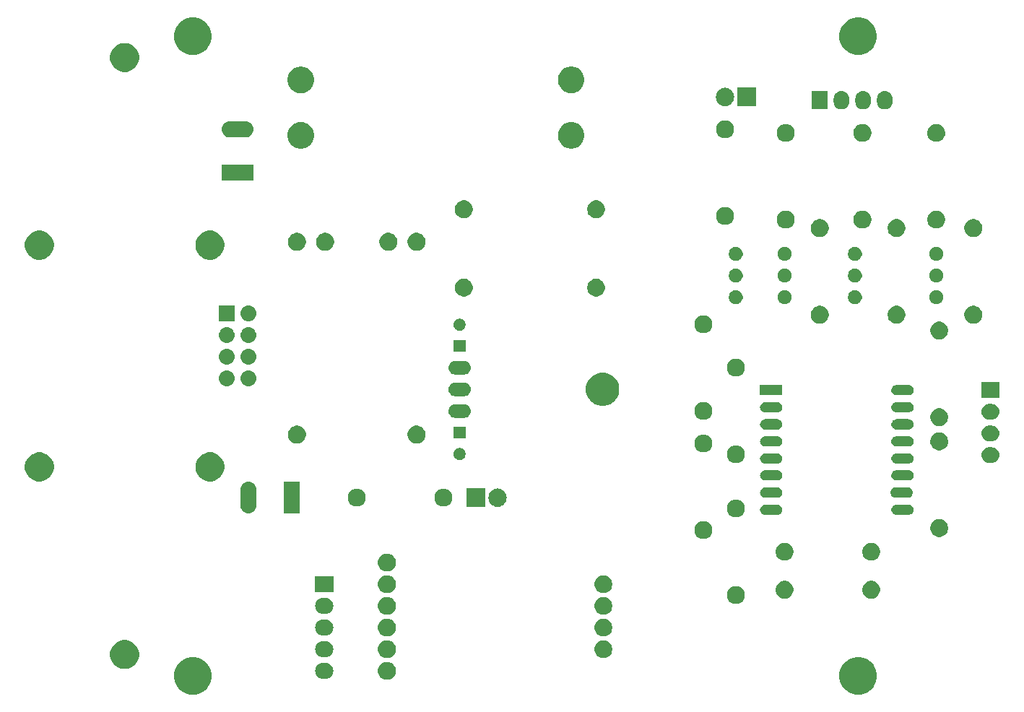
<source format=gbr>
G04 #@! TF.GenerationSoftware,KiCad,Pcbnew,5.0.2-bee76a0~70~ubuntu18.04.1*
G04 #@! TF.CreationDate,2019-05-07T12:57:47+02:00*
G04 #@! TF.ProjectId,pcb_wifi,7063625f-7769-4666-992e-6b696361645f,rev?*
G04 #@! TF.SameCoordinates,Original*
G04 #@! TF.FileFunction,Soldermask,Bot*
G04 #@! TF.FilePolarity,Negative*
%FSLAX46Y46*%
G04 Gerber Fmt 4.6, Leading zero omitted, Abs format (unit mm)*
G04 Created by KiCad (PCBNEW 5.0.2-bee76a0~70~ubuntu18.04.1) date Di 07 Mai 2019 12:57:47 CEST*
%MOMM*%
%LPD*%
G01*
G04 APERTURE LIST*
%ADD10C,0.100000*%
G04 APERTURE END LIST*
D10*
G36*
X152142006Y-120383582D02*
X152542565Y-120549499D01*
X152903059Y-120790373D01*
X153209627Y-121096941D01*
X153450501Y-121457435D01*
X153616418Y-121857994D01*
X153701000Y-122283219D01*
X153701000Y-122716781D01*
X153616418Y-123142006D01*
X153450501Y-123542565D01*
X153209627Y-123903059D01*
X152903059Y-124209627D01*
X152542565Y-124450501D01*
X152142006Y-124616418D01*
X151716781Y-124701000D01*
X151283219Y-124701000D01*
X150857994Y-124616418D01*
X150457435Y-124450501D01*
X150096941Y-124209627D01*
X149790373Y-123903059D01*
X149549499Y-123542565D01*
X149383582Y-123142006D01*
X149299000Y-122716781D01*
X149299000Y-122283219D01*
X149383582Y-121857994D01*
X149549499Y-121457435D01*
X149790373Y-121096941D01*
X150096941Y-120790373D01*
X150457435Y-120549499D01*
X150857994Y-120383582D01*
X151283219Y-120299000D01*
X151716781Y-120299000D01*
X152142006Y-120383582D01*
X152142006Y-120383582D01*
G37*
G36*
X74142006Y-120383582D02*
X74542565Y-120549499D01*
X74903059Y-120790373D01*
X75209627Y-121096941D01*
X75450501Y-121457435D01*
X75616418Y-121857994D01*
X75701000Y-122283219D01*
X75701000Y-122716781D01*
X75616418Y-123142006D01*
X75450501Y-123542565D01*
X75209627Y-123903059D01*
X74903059Y-124209627D01*
X74542565Y-124450501D01*
X74142006Y-124616418D01*
X73716781Y-124701000D01*
X73283219Y-124701000D01*
X72857994Y-124616418D01*
X72457435Y-124450501D01*
X72096941Y-124209627D01*
X71790373Y-123903059D01*
X71549499Y-123542565D01*
X71383582Y-123142006D01*
X71299000Y-122716781D01*
X71299000Y-122283219D01*
X71383582Y-121857994D01*
X71549499Y-121457435D01*
X71790373Y-121096941D01*
X72096941Y-120790373D01*
X72457435Y-120549499D01*
X72857994Y-120383582D01*
X73283219Y-120299000D01*
X73716781Y-120299000D01*
X74142006Y-120383582D01*
X74142006Y-120383582D01*
G37*
G36*
X96556565Y-120909389D02*
X96747834Y-120988615D01*
X96919976Y-121103637D01*
X97066363Y-121250024D01*
X97181385Y-121422166D01*
X97260611Y-121613435D01*
X97301000Y-121816484D01*
X97301000Y-122023516D01*
X97260611Y-122226565D01*
X97181385Y-122417834D01*
X97066363Y-122589976D01*
X96919976Y-122736363D01*
X96747834Y-122851385D01*
X96556565Y-122930611D01*
X96353516Y-122971000D01*
X96146484Y-122971000D01*
X95943435Y-122930611D01*
X95752166Y-122851385D01*
X95580024Y-122736363D01*
X95433637Y-122589976D01*
X95318615Y-122417834D01*
X95239389Y-122226565D01*
X95199000Y-122023516D01*
X95199000Y-121816484D01*
X95239389Y-121613435D01*
X95318615Y-121422166D01*
X95433637Y-121250024D01*
X95580024Y-121103637D01*
X95752166Y-120988615D01*
X95943435Y-120909389D01*
X96146484Y-120869000D01*
X96353516Y-120869000D01*
X96556565Y-120909389D01*
X96556565Y-120909389D01*
G37*
G36*
X89231694Y-121018633D02*
X89404094Y-121070931D01*
X89404096Y-121070932D01*
X89562983Y-121155859D01*
X89562985Y-121155860D01*
X89562984Y-121155860D01*
X89702249Y-121270151D01*
X89816540Y-121409416D01*
X89901469Y-121568306D01*
X89953767Y-121740706D01*
X89971425Y-121920000D01*
X89953767Y-122099294D01*
X89901469Y-122271694D01*
X89901468Y-122271696D01*
X89816541Y-122430583D01*
X89702249Y-122569849D01*
X89562983Y-122684141D01*
X89465279Y-122736365D01*
X89404094Y-122769069D01*
X89231694Y-122821367D01*
X89097331Y-122834600D01*
X88702669Y-122834600D01*
X88568306Y-122821367D01*
X88395906Y-122769069D01*
X88334721Y-122736365D01*
X88237017Y-122684141D01*
X88097751Y-122569849D01*
X87983459Y-122430583D01*
X87898532Y-122271696D01*
X87898531Y-122271694D01*
X87846233Y-122099294D01*
X87828575Y-121920000D01*
X87846233Y-121740706D01*
X87898531Y-121568306D01*
X87983460Y-121409416D01*
X88097751Y-121270151D01*
X88237016Y-121155860D01*
X88237015Y-121155860D01*
X88237017Y-121155859D01*
X88395904Y-121070932D01*
X88395906Y-121070931D01*
X88568306Y-121018633D01*
X88702669Y-121005400D01*
X89097331Y-121005400D01*
X89231694Y-121018633D01*
X89231694Y-121018633D01*
G37*
G36*
X65996160Y-118364368D02*
X65996162Y-118364369D01*
X65996163Y-118364369D01*
X66110514Y-118411735D01*
X66305726Y-118492594D01*
X66584327Y-118678749D01*
X66821251Y-118915673D01*
X67007406Y-119194274D01*
X67135632Y-119503840D01*
X67201000Y-119832465D01*
X67201000Y-120167535D01*
X67135632Y-120496160D01*
X67007406Y-120805726D01*
X66821251Y-121084327D01*
X66584327Y-121321251D01*
X66305726Y-121507406D01*
X66158700Y-121568306D01*
X65996163Y-121635631D01*
X65996162Y-121635631D01*
X65996160Y-121635632D01*
X65667535Y-121701000D01*
X65332465Y-121701000D01*
X65003840Y-121635632D01*
X65003838Y-121635631D01*
X65003837Y-121635631D01*
X64841300Y-121568306D01*
X64694274Y-121507406D01*
X64415673Y-121321251D01*
X64178749Y-121084327D01*
X63992594Y-120805726D01*
X63864368Y-120496160D01*
X63799000Y-120167535D01*
X63799000Y-119832465D01*
X63864368Y-119503840D01*
X63992594Y-119194274D01*
X64178749Y-118915673D01*
X64415673Y-118678749D01*
X64694274Y-118492594D01*
X64889486Y-118411735D01*
X65003837Y-118364369D01*
X65003838Y-118364369D01*
X65003840Y-118364368D01*
X65332465Y-118299000D01*
X65667535Y-118299000D01*
X65996160Y-118364368D01*
X65996160Y-118364368D01*
G37*
G36*
X121936565Y-118369389D02*
X122127834Y-118448615D01*
X122299976Y-118563637D01*
X122446363Y-118710024D01*
X122561385Y-118882166D01*
X122640611Y-119073435D01*
X122681000Y-119276484D01*
X122681000Y-119483516D01*
X122640611Y-119686565D01*
X122561385Y-119877834D01*
X122446363Y-120049976D01*
X122299976Y-120196363D01*
X122127834Y-120311385D01*
X121936565Y-120390611D01*
X121733516Y-120431000D01*
X121526484Y-120431000D01*
X121323435Y-120390611D01*
X121132166Y-120311385D01*
X120960024Y-120196363D01*
X120813637Y-120049976D01*
X120698615Y-119877834D01*
X120619389Y-119686565D01*
X120579000Y-119483516D01*
X120579000Y-119276484D01*
X120619389Y-119073435D01*
X120698615Y-118882166D01*
X120813637Y-118710024D01*
X120960024Y-118563637D01*
X121132166Y-118448615D01*
X121323435Y-118369389D01*
X121526484Y-118329000D01*
X121733516Y-118329000D01*
X121936565Y-118369389D01*
X121936565Y-118369389D01*
G37*
G36*
X96556565Y-118369389D02*
X96747834Y-118448615D01*
X96919976Y-118563637D01*
X97066363Y-118710024D01*
X97181385Y-118882166D01*
X97260611Y-119073435D01*
X97301000Y-119276484D01*
X97301000Y-119483516D01*
X97260611Y-119686565D01*
X97181385Y-119877834D01*
X97066363Y-120049976D01*
X96919976Y-120196363D01*
X96747834Y-120311385D01*
X96556565Y-120390611D01*
X96353516Y-120431000D01*
X96146484Y-120431000D01*
X95943435Y-120390611D01*
X95752166Y-120311385D01*
X95580024Y-120196363D01*
X95433637Y-120049976D01*
X95318615Y-119877834D01*
X95239389Y-119686565D01*
X95199000Y-119483516D01*
X95199000Y-119276484D01*
X95239389Y-119073435D01*
X95318615Y-118882166D01*
X95433637Y-118710024D01*
X95580024Y-118563637D01*
X95752166Y-118448615D01*
X95943435Y-118369389D01*
X96146484Y-118329000D01*
X96353516Y-118329000D01*
X96556565Y-118369389D01*
X96556565Y-118369389D01*
G37*
G36*
X89231694Y-118478633D02*
X89404094Y-118530931D01*
X89404096Y-118530932D01*
X89562983Y-118615859D01*
X89562985Y-118615860D01*
X89562984Y-118615860D01*
X89702249Y-118730151D01*
X89816540Y-118869416D01*
X89901469Y-119028306D01*
X89953767Y-119200706D01*
X89971425Y-119380000D01*
X89953767Y-119559294D01*
X89901469Y-119731694D01*
X89901468Y-119731696D01*
X89816541Y-119890583D01*
X89702249Y-120029849D01*
X89562983Y-120144141D01*
X89465279Y-120196365D01*
X89404094Y-120229069D01*
X89231694Y-120281367D01*
X89097331Y-120294600D01*
X88702669Y-120294600D01*
X88568306Y-120281367D01*
X88395906Y-120229069D01*
X88334721Y-120196365D01*
X88237017Y-120144141D01*
X88097751Y-120029849D01*
X87983459Y-119890583D01*
X87898532Y-119731696D01*
X87898531Y-119731694D01*
X87846233Y-119559294D01*
X87828575Y-119380000D01*
X87846233Y-119200706D01*
X87898531Y-119028306D01*
X87983460Y-118869416D01*
X88097751Y-118730151D01*
X88237016Y-118615860D01*
X88237015Y-118615860D01*
X88237017Y-118615859D01*
X88395904Y-118530932D01*
X88395906Y-118530931D01*
X88568306Y-118478633D01*
X88702669Y-118465400D01*
X89097331Y-118465400D01*
X89231694Y-118478633D01*
X89231694Y-118478633D01*
G37*
G36*
X121936565Y-115829389D02*
X122127834Y-115908615D01*
X122299976Y-116023637D01*
X122446363Y-116170024D01*
X122561385Y-116342166D01*
X122640611Y-116533435D01*
X122681000Y-116736484D01*
X122681000Y-116943516D01*
X122640611Y-117146565D01*
X122561385Y-117337834D01*
X122446363Y-117509976D01*
X122299976Y-117656363D01*
X122127834Y-117771385D01*
X121936565Y-117850611D01*
X121733516Y-117891000D01*
X121526484Y-117891000D01*
X121323435Y-117850611D01*
X121132166Y-117771385D01*
X120960024Y-117656363D01*
X120813637Y-117509976D01*
X120698615Y-117337834D01*
X120619389Y-117146565D01*
X120579000Y-116943516D01*
X120579000Y-116736484D01*
X120619389Y-116533435D01*
X120698615Y-116342166D01*
X120813637Y-116170024D01*
X120960024Y-116023637D01*
X121132166Y-115908615D01*
X121323435Y-115829389D01*
X121526484Y-115789000D01*
X121733516Y-115789000D01*
X121936565Y-115829389D01*
X121936565Y-115829389D01*
G37*
G36*
X96556565Y-115829389D02*
X96747834Y-115908615D01*
X96919976Y-116023637D01*
X97066363Y-116170024D01*
X97181385Y-116342166D01*
X97260611Y-116533435D01*
X97301000Y-116736484D01*
X97301000Y-116943516D01*
X97260611Y-117146565D01*
X97181385Y-117337834D01*
X97066363Y-117509976D01*
X96919976Y-117656363D01*
X96747834Y-117771385D01*
X96556565Y-117850611D01*
X96353516Y-117891000D01*
X96146484Y-117891000D01*
X95943435Y-117850611D01*
X95752166Y-117771385D01*
X95580024Y-117656363D01*
X95433637Y-117509976D01*
X95318615Y-117337834D01*
X95239389Y-117146565D01*
X95199000Y-116943516D01*
X95199000Y-116736484D01*
X95239389Y-116533435D01*
X95318615Y-116342166D01*
X95433637Y-116170024D01*
X95580024Y-116023637D01*
X95752166Y-115908615D01*
X95943435Y-115829389D01*
X96146484Y-115789000D01*
X96353516Y-115789000D01*
X96556565Y-115829389D01*
X96556565Y-115829389D01*
G37*
G36*
X89231694Y-115938633D02*
X89404094Y-115990931D01*
X89404096Y-115990932D01*
X89562983Y-116075859D01*
X89562985Y-116075860D01*
X89562984Y-116075860D01*
X89702249Y-116190151D01*
X89816540Y-116329416D01*
X89901469Y-116488306D01*
X89953767Y-116660706D01*
X89971425Y-116840000D01*
X89953767Y-117019294D01*
X89901469Y-117191694D01*
X89901468Y-117191696D01*
X89816541Y-117350583D01*
X89702249Y-117489849D01*
X89562983Y-117604141D01*
X89465279Y-117656365D01*
X89404094Y-117689069D01*
X89231694Y-117741367D01*
X89097331Y-117754600D01*
X88702669Y-117754600D01*
X88568306Y-117741367D01*
X88395906Y-117689069D01*
X88334721Y-117656365D01*
X88237017Y-117604141D01*
X88097751Y-117489849D01*
X87983459Y-117350583D01*
X87898532Y-117191696D01*
X87898531Y-117191694D01*
X87846233Y-117019294D01*
X87828575Y-116840000D01*
X87846233Y-116660706D01*
X87898531Y-116488306D01*
X87983460Y-116329416D01*
X88097751Y-116190151D01*
X88237016Y-116075860D01*
X88237015Y-116075860D01*
X88237017Y-116075859D01*
X88395904Y-115990932D01*
X88395906Y-115990931D01*
X88568306Y-115938633D01*
X88702669Y-115925400D01*
X89097331Y-115925400D01*
X89231694Y-115938633D01*
X89231694Y-115938633D01*
G37*
G36*
X96556565Y-113289389D02*
X96747834Y-113368615D01*
X96919976Y-113483637D01*
X97066363Y-113630024D01*
X97181385Y-113802166D01*
X97260611Y-113993435D01*
X97301000Y-114196484D01*
X97301000Y-114403516D01*
X97260611Y-114606565D01*
X97181385Y-114797834D01*
X97066363Y-114969976D01*
X96919976Y-115116363D01*
X96747834Y-115231385D01*
X96556565Y-115310611D01*
X96353516Y-115351000D01*
X96146484Y-115351000D01*
X95943435Y-115310611D01*
X95752166Y-115231385D01*
X95580024Y-115116363D01*
X95433637Y-114969976D01*
X95318615Y-114797834D01*
X95239389Y-114606565D01*
X95199000Y-114403516D01*
X95199000Y-114196484D01*
X95239389Y-113993435D01*
X95318615Y-113802166D01*
X95433637Y-113630024D01*
X95580024Y-113483637D01*
X95752166Y-113368615D01*
X95943435Y-113289389D01*
X96146484Y-113249000D01*
X96353516Y-113249000D01*
X96556565Y-113289389D01*
X96556565Y-113289389D01*
G37*
G36*
X121936565Y-113289389D02*
X122127834Y-113368615D01*
X122299976Y-113483637D01*
X122446363Y-113630024D01*
X122561385Y-113802166D01*
X122640611Y-113993435D01*
X122681000Y-114196484D01*
X122681000Y-114403516D01*
X122640611Y-114606565D01*
X122561385Y-114797834D01*
X122446363Y-114969976D01*
X122299976Y-115116363D01*
X122127834Y-115231385D01*
X121936565Y-115310611D01*
X121733516Y-115351000D01*
X121526484Y-115351000D01*
X121323435Y-115310611D01*
X121132166Y-115231385D01*
X120960024Y-115116363D01*
X120813637Y-114969976D01*
X120698615Y-114797834D01*
X120619389Y-114606565D01*
X120579000Y-114403516D01*
X120579000Y-114196484D01*
X120619389Y-113993435D01*
X120698615Y-113802166D01*
X120813637Y-113630024D01*
X120960024Y-113483637D01*
X121132166Y-113368615D01*
X121323435Y-113289389D01*
X121526484Y-113249000D01*
X121733516Y-113249000D01*
X121936565Y-113289389D01*
X121936565Y-113289389D01*
G37*
G36*
X89231694Y-113398633D02*
X89404094Y-113450931D01*
X89404096Y-113450932D01*
X89562983Y-113535859D01*
X89702249Y-113650151D01*
X89816541Y-113789417D01*
X89901468Y-113948304D01*
X89901469Y-113948306D01*
X89953767Y-114120706D01*
X89971425Y-114300000D01*
X89953767Y-114479294D01*
X89901469Y-114651694D01*
X89901468Y-114651696D01*
X89816541Y-114810583D01*
X89702249Y-114949849D01*
X89562983Y-115064141D01*
X89465279Y-115116365D01*
X89404094Y-115149069D01*
X89231694Y-115201367D01*
X89097331Y-115214600D01*
X88702669Y-115214600D01*
X88568306Y-115201367D01*
X88395906Y-115149069D01*
X88334721Y-115116365D01*
X88237017Y-115064141D01*
X88097751Y-114949849D01*
X87983459Y-114810583D01*
X87898532Y-114651696D01*
X87898531Y-114651694D01*
X87846233Y-114479294D01*
X87828575Y-114300000D01*
X87846233Y-114120706D01*
X87898531Y-113948306D01*
X87898532Y-113948304D01*
X87983459Y-113789417D01*
X88097751Y-113650151D01*
X88237017Y-113535859D01*
X88395904Y-113450932D01*
X88395906Y-113450931D01*
X88568306Y-113398633D01*
X88702669Y-113385400D01*
X89097331Y-113385400D01*
X89231694Y-113398633D01*
X89231694Y-113398633D01*
G37*
G36*
X137466414Y-112019879D02*
X137466416Y-112019880D01*
X137466417Y-112019880D01*
X137632281Y-112088583D01*
X137657594Y-112099068D01*
X137829651Y-112214033D01*
X137975967Y-112360349D01*
X137975969Y-112360352D01*
X138090932Y-112532406D01*
X138160939Y-112701417D01*
X138170121Y-112723586D01*
X138210490Y-112926534D01*
X138210490Y-113133466D01*
X138179475Y-113289390D01*
X138170120Y-113336417D01*
X138122687Y-113450931D01*
X138090932Y-113527594D01*
X137975967Y-113699651D01*
X137829651Y-113845967D01*
X137829648Y-113845969D01*
X137657594Y-113960932D01*
X137466417Y-114040120D01*
X137466416Y-114040120D01*
X137466414Y-114040121D01*
X137263466Y-114080490D01*
X137056534Y-114080490D01*
X136853586Y-114040121D01*
X136853584Y-114040120D01*
X136853583Y-114040120D01*
X136662406Y-113960932D01*
X136490352Y-113845969D01*
X136490349Y-113845967D01*
X136344033Y-113699651D01*
X136229068Y-113527594D01*
X136197313Y-113450931D01*
X136149880Y-113336417D01*
X136140526Y-113289390D01*
X136109510Y-113133466D01*
X136109510Y-112926534D01*
X136149879Y-112723586D01*
X136159062Y-112701417D01*
X136229068Y-112532406D01*
X136344031Y-112360352D01*
X136344033Y-112360349D01*
X136490349Y-112214033D01*
X136662406Y-112099068D01*
X136687719Y-112088583D01*
X136853583Y-112019880D01*
X136853584Y-112019880D01*
X136853586Y-112019879D01*
X137056534Y-111979510D01*
X137263466Y-111979510D01*
X137466414Y-112019879D01*
X137466414Y-112019879D01*
G37*
G36*
X153341414Y-111384879D02*
X153341416Y-111384880D01*
X153341417Y-111384880D01*
X153506924Y-111453435D01*
X153532594Y-111464068D01*
X153704651Y-111579033D01*
X153850967Y-111725349D01*
X153850969Y-111725352D01*
X153965932Y-111897406D01*
X153999941Y-111979510D01*
X154045121Y-112088586D01*
X154085490Y-112291534D01*
X154085490Y-112498466D01*
X154047116Y-112691385D01*
X154045120Y-112701417D01*
X154035937Y-112723586D01*
X153965932Y-112892594D01*
X153850967Y-113064651D01*
X153704651Y-113210967D01*
X153704648Y-113210969D01*
X153532594Y-113325932D01*
X153341417Y-113405120D01*
X153341416Y-113405120D01*
X153341414Y-113405121D01*
X153138466Y-113445490D01*
X152931534Y-113445490D01*
X152728586Y-113405121D01*
X152728584Y-113405120D01*
X152728583Y-113405120D01*
X152537406Y-113325932D01*
X152365352Y-113210969D01*
X152365349Y-113210967D01*
X152219033Y-113064651D01*
X152104068Y-112892594D01*
X152034063Y-112723586D01*
X152024880Y-112701417D01*
X152022885Y-112691385D01*
X151984510Y-112498466D01*
X151984510Y-112291534D01*
X152024879Y-112088586D01*
X152070060Y-111979510D01*
X152104068Y-111897406D01*
X152219031Y-111725352D01*
X152219033Y-111725349D01*
X152365349Y-111579033D01*
X152537406Y-111464068D01*
X152563076Y-111453435D01*
X152728583Y-111384880D01*
X152728584Y-111384880D01*
X152728586Y-111384879D01*
X152931534Y-111344510D01*
X153138466Y-111344510D01*
X153341414Y-111384879D01*
X153341414Y-111384879D01*
G37*
G36*
X143181414Y-111384879D02*
X143181416Y-111384880D01*
X143181417Y-111384880D01*
X143346924Y-111453435D01*
X143372594Y-111464068D01*
X143544651Y-111579033D01*
X143690967Y-111725349D01*
X143690969Y-111725352D01*
X143805932Y-111897406D01*
X143839941Y-111979510D01*
X143885121Y-112088586D01*
X143925490Y-112291534D01*
X143925490Y-112498466D01*
X143887116Y-112691385D01*
X143885120Y-112701417D01*
X143875937Y-112723586D01*
X143805932Y-112892594D01*
X143690967Y-113064651D01*
X143544651Y-113210967D01*
X143544648Y-113210969D01*
X143372594Y-113325932D01*
X143181417Y-113405120D01*
X143181416Y-113405120D01*
X143181414Y-113405121D01*
X142978466Y-113445490D01*
X142771534Y-113445490D01*
X142568586Y-113405121D01*
X142568584Y-113405120D01*
X142568583Y-113405120D01*
X142377406Y-113325932D01*
X142205352Y-113210969D01*
X142205349Y-113210967D01*
X142059033Y-113064651D01*
X141944068Y-112892594D01*
X141874063Y-112723586D01*
X141864880Y-112701417D01*
X141862885Y-112691385D01*
X141824510Y-112498466D01*
X141824510Y-112291534D01*
X141864879Y-112088586D01*
X141910060Y-111979510D01*
X141944068Y-111897406D01*
X142059031Y-111725352D01*
X142059033Y-111725349D01*
X142205349Y-111579033D01*
X142377406Y-111464068D01*
X142403076Y-111453435D01*
X142568583Y-111384880D01*
X142568584Y-111384880D01*
X142568586Y-111384879D01*
X142771534Y-111344510D01*
X142978466Y-111344510D01*
X143181414Y-111384879D01*
X143181414Y-111384879D01*
G37*
G36*
X96556565Y-110749389D02*
X96747834Y-110828615D01*
X96919976Y-110943637D01*
X97066363Y-111090024D01*
X97181385Y-111262166D01*
X97260611Y-111453435D01*
X97301000Y-111656484D01*
X97301000Y-111863516D01*
X97260611Y-112066565D01*
X97181385Y-112257834D01*
X97066363Y-112429976D01*
X96919976Y-112576363D01*
X96747834Y-112691385D01*
X96556565Y-112770611D01*
X96353516Y-112811000D01*
X96146484Y-112811000D01*
X95943435Y-112770611D01*
X95752166Y-112691385D01*
X95580024Y-112576363D01*
X95433637Y-112429976D01*
X95318615Y-112257834D01*
X95239389Y-112066565D01*
X95199000Y-111863516D01*
X95199000Y-111656484D01*
X95239389Y-111453435D01*
X95318615Y-111262166D01*
X95433637Y-111090024D01*
X95580024Y-110943637D01*
X95752166Y-110828615D01*
X95943435Y-110749389D01*
X96146484Y-110709000D01*
X96353516Y-110709000D01*
X96556565Y-110749389D01*
X96556565Y-110749389D01*
G37*
G36*
X121936565Y-110749389D02*
X122127834Y-110828615D01*
X122299976Y-110943637D01*
X122446363Y-111090024D01*
X122561385Y-111262166D01*
X122640611Y-111453435D01*
X122681000Y-111656484D01*
X122681000Y-111863516D01*
X122640611Y-112066565D01*
X122561385Y-112257834D01*
X122446363Y-112429976D01*
X122299976Y-112576363D01*
X122127834Y-112691385D01*
X121936565Y-112770611D01*
X121733516Y-112811000D01*
X121526484Y-112811000D01*
X121323435Y-112770611D01*
X121132166Y-112691385D01*
X120960024Y-112576363D01*
X120813637Y-112429976D01*
X120698615Y-112257834D01*
X120619389Y-112066565D01*
X120579000Y-111863516D01*
X120579000Y-111656484D01*
X120619389Y-111453435D01*
X120698615Y-111262166D01*
X120813637Y-111090024D01*
X120960024Y-110943637D01*
X121132166Y-110828615D01*
X121323435Y-110749389D01*
X121526484Y-110709000D01*
X121733516Y-110709000D01*
X121936565Y-110749389D01*
X121936565Y-110749389D01*
G37*
G36*
X89967000Y-112674600D02*
X87833000Y-112674600D01*
X87833000Y-110845400D01*
X89967000Y-110845400D01*
X89967000Y-112674600D01*
X89967000Y-112674600D01*
G37*
G36*
X96556565Y-108209389D02*
X96747834Y-108288615D01*
X96919976Y-108403637D01*
X97066363Y-108550024D01*
X97181385Y-108722166D01*
X97260611Y-108913435D01*
X97301000Y-109116484D01*
X97301000Y-109323516D01*
X97260611Y-109526565D01*
X97181385Y-109717834D01*
X97066363Y-109889976D01*
X96919976Y-110036363D01*
X96747834Y-110151385D01*
X96556565Y-110230611D01*
X96353516Y-110271000D01*
X96146484Y-110271000D01*
X95943435Y-110230611D01*
X95752166Y-110151385D01*
X95580024Y-110036363D01*
X95433637Y-109889976D01*
X95318615Y-109717834D01*
X95239389Y-109526565D01*
X95199000Y-109323516D01*
X95199000Y-109116484D01*
X95239389Y-108913435D01*
X95318615Y-108722166D01*
X95433637Y-108550024D01*
X95580024Y-108403637D01*
X95752166Y-108288615D01*
X95943435Y-108209389D01*
X96146484Y-108169000D01*
X96353516Y-108169000D01*
X96556565Y-108209389D01*
X96556565Y-108209389D01*
G37*
G36*
X143181414Y-106939879D02*
X143181416Y-106939880D01*
X143181417Y-106939880D01*
X143372594Y-107019068D01*
X143544651Y-107134033D01*
X143690967Y-107280349D01*
X143805932Y-107452406D01*
X143885121Y-107643586D01*
X143925490Y-107846534D01*
X143925490Y-108053466D01*
X143885121Y-108256414D01*
X143805932Y-108447594D01*
X143690967Y-108619651D01*
X143544651Y-108765967D01*
X143544648Y-108765969D01*
X143372594Y-108880932D01*
X143181417Y-108960120D01*
X143181416Y-108960120D01*
X143181414Y-108960121D01*
X142978466Y-109000490D01*
X142771534Y-109000490D01*
X142568586Y-108960121D01*
X142568584Y-108960120D01*
X142568583Y-108960120D01*
X142377406Y-108880932D01*
X142205352Y-108765969D01*
X142205349Y-108765967D01*
X142059033Y-108619651D01*
X141944068Y-108447594D01*
X141864879Y-108256414D01*
X141824510Y-108053466D01*
X141824510Y-107846534D01*
X141864879Y-107643586D01*
X141944068Y-107452406D01*
X142059033Y-107280349D01*
X142205349Y-107134033D01*
X142377406Y-107019068D01*
X142568583Y-106939880D01*
X142568584Y-106939880D01*
X142568586Y-106939879D01*
X142771534Y-106899510D01*
X142978466Y-106899510D01*
X143181414Y-106939879D01*
X143181414Y-106939879D01*
G37*
G36*
X153341414Y-106939879D02*
X153341416Y-106939880D01*
X153341417Y-106939880D01*
X153532594Y-107019068D01*
X153704651Y-107134033D01*
X153850967Y-107280349D01*
X153965932Y-107452406D01*
X154045121Y-107643586D01*
X154085490Y-107846534D01*
X154085490Y-108053466D01*
X154045121Y-108256414D01*
X153965932Y-108447594D01*
X153850967Y-108619651D01*
X153704651Y-108765967D01*
X153704648Y-108765969D01*
X153532594Y-108880932D01*
X153341417Y-108960120D01*
X153341416Y-108960120D01*
X153341414Y-108960121D01*
X153138466Y-109000490D01*
X152931534Y-109000490D01*
X152728586Y-108960121D01*
X152728584Y-108960120D01*
X152728583Y-108960120D01*
X152537406Y-108880932D01*
X152365352Y-108765969D01*
X152365349Y-108765967D01*
X152219033Y-108619651D01*
X152104068Y-108447594D01*
X152024879Y-108256414D01*
X151984510Y-108053466D01*
X151984510Y-107846534D01*
X152024879Y-107643586D01*
X152104068Y-107452406D01*
X152219033Y-107280349D01*
X152365349Y-107134033D01*
X152537406Y-107019068D01*
X152728583Y-106939880D01*
X152728584Y-106939880D01*
X152728586Y-106939879D01*
X152931534Y-106899510D01*
X153138466Y-106899510D01*
X153341414Y-106939879D01*
X153341414Y-106939879D01*
G37*
G36*
X133656414Y-104399879D02*
X133656416Y-104399880D01*
X133656417Y-104399880D01*
X133847594Y-104479068D01*
X134019651Y-104594033D01*
X134165967Y-104740349D01*
X134165969Y-104740352D01*
X134280932Y-104912406D01*
X134340633Y-105056536D01*
X134360121Y-105103586D01*
X134400490Y-105306534D01*
X134400490Y-105513466D01*
X134360121Y-105716414D01*
X134280932Y-105907594D01*
X134165967Y-106079651D01*
X134019651Y-106225967D01*
X134019648Y-106225969D01*
X133847594Y-106340932D01*
X133656417Y-106420120D01*
X133656416Y-106420120D01*
X133656414Y-106420121D01*
X133453466Y-106460490D01*
X133246534Y-106460490D01*
X133043586Y-106420121D01*
X133043584Y-106420120D01*
X133043583Y-106420120D01*
X132852406Y-106340932D01*
X132680352Y-106225969D01*
X132680349Y-106225967D01*
X132534033Y-106079651D01*
X132419068Y-105907594D01*
X132339879Y-105716414D01*
X132299510Y-105513466D01*
X132299510Y-105306534D01*
X132339879Y-105103586D01*
X132359368Y-105056536D01*
X132419068Y-104912406D01*
X132534031Y-104740352D01*
X132534033Y-104740349D01*
X132680349Y-104594033D01*
X132852406Y-104479068D01*
X133043583Y-104399880D01*
X133043584Y-104399880D01*
X133043586Y-104399879D01*
X133246534Y-104359510D01*
X133453466Y-104359510D01*
X133656414Y-104399879D01*
X133656414Y-104399879D01*
G37*
G36*
X161306414Y-104149879D02*
X161306416Y-104149880D01*
X161306417Y-104149880D01*
X161497594Y-104229068D01*
X161669651Y-104344033D01*
X161815967Y-104490349D01*
X161930932Y-104662406D01*
X162010121Y-104853586D01*
X162050490Y-105056534D01*
X162050490Y-105263466D01*
X162041923Y-105306536D01*
X162010120Y-105466417D01*
X161990632Y-105513466D01*
X161930932Y-105657594D01*
X161815967Y-105829651D01*
X161669651Y-105975967D01*
X161669648Y-105975969D01*
X161497594Y-106090932D01*
X161306417Y-106170120D01*
X161306416Y-106170120D01*
X161306414Y-106170121D01*
X161103466Y-106210490D01*
X160896534Y-106210490D01*
X160693586Y-106170121D01*
X160693584Y-106170120D01*
X160693583Y-106170120D01*
X160502406Y-106090932D01*
X160330352Y-105975969D01*
X160330349Y-105975967D01*
X160184033Y-105829651D01*
X160069068Y-105657594D01*
X160009368Y-105513466D01*
X159989880Y-105466417D01*
X159958078Y-105306536D01*
X159949510Y-105263466D01*
X159949510Y-105056534D01*
X159989879Y-104853586D01*
X160069068Y-104662406D01*
X160184033Y-104490349D01*
X160330349Y-104344033D01*
X160502406Y-104229068D01*
X160693583Y-104149880D01*
X160693584Y-104149880D01*
X160693586Y-104149879D01*
X160896534Y-104109510D01*
X161103466Y-104109510D01*
X161306414Y-104149879D01*
X161306414Y-104149879D01*
G37*
G36*
X137466414Y-101859879D02*
X137466416Y-101859880D01*
X137466417Y-101859880D01*
X137578760Y-101906414D01*
X137657594Y-101939068D01*
X137829651Y-102054033D01*
X137975967Y-102200349D01*
X137975969Y-102200352D01*
X138090932Y-102372406D01*
X138163133Y-102546714D01*
X138170121Y-102563586D01*
X138210490Y-102766534D01*
X138210490Y-102973466D01*
X138170261Y-103175712D01*
X138170120Y-103176417D01*
X138121186Y-103294554D01*
X138090932Y-103367594D01*
X137975967Y-103539651D01*
X137829651Y-103685967D01*
X137829648Y-103685969D01*
X137657594Y-103800932D01*
X137466417Y-103880120D01*
X137466416Y-103880120D01*
X137466414Y-103880121D01*
X137263466Y-103920490D01*
X137056534Y-103920490D01*
X136853586Y-103880121D01*
X136853584Y-103880120D01*
X136853583Y-103880120D01*
X136662406Y-103800932D01*
X136490352Y-103685969D01*
X136490349Y-103685967D01*
X136344033Y-103539651D01*
X136229068Y-103367594D01*
X136198814Y-103294554D01*
X136149880Y-103176417D01*
X136149740Y-103175712D01*
X136109510Y-102973466D01*
X136109510Y-102766534D01*
X136149879Y-102563586D01*
X136156868Y-102546714D01*
X136229068Y-102372406D01*
X136344031Y-102200352D01*
X136344033Y-102200349D01*
X136490349Y-102054033D01*
X136662406Y-101939068D01*
X136741240Y-101906414D01*
X136853583Y-101859880D01*
X136853584Y-101859880D01*
X136853586Y-101859879D01*
X137056534Y-101819510D01*
X137263466Y-101819510D01*
X137466414Y-101859879D01*
X137466414Y-101859879D01*
G37*
G36*
X157517818Y-102407696D02*
X157631105Y-102442062D01*
X157735513Y-102497869D01*
X157827027Y-102572973D01*
X157902131Y-102664487D01*
X157957938Y-102768895D01*
X157992304Y-102882182D01*
X158003907Y-103000000D01*
X157992304Y-103117818D01*
X157957938Y-103231105D01*
X157902131Y-103335513D01*
X157827027Y-103427027D01*
X157735513Y-103502131D01*
X157631105Y-103557938D01*
X157517818Y-103592304D01*
X157429519Y-103601000D01*
X155970481Y-103601000D01*
X155882182Y-103592304D01*
X155768895Y-103557938D01*
X155664487Y-103502131D01*
X155572973Y-103427027D01*
X155497869Y-103335513D01*
X155442062Y-103231105D01*
X155407696Y-103117818D01*
X155396093Y-103000000D01*
X155407696Y-102882182D01*
X155442062Y-102768895D01*
X155497869Y-102664487D01*
X155572973Y-102572973D01*
X155664487Y-102497869D01*
X155768895Y-102442062D01*
X155882182Y-102407696D01*
X155970481Y-102399000D01*
X157429519Y-102399000D01*
X157517818Y-102407696D01*
X157517818Y-102407696D01*
G37*
G36*
X142117818Y-102407696D02*
X142231105Y-102442062D01*
X142335513Y-102497869D01*
X142427027Y-102572973D01*
X142502131Y-102664487D01*
X142557938Y-102768895D01*
X142592304Y-102882182D01*
X142603907Y-103000000D01*
X142592304Y-103117818D01*
X142557938Y-103231105D01*
X142502131Y-103335513D01*
X142427027Y-103427027D01*
X142335513Y-103502131D01*
X142231105Y-103557938D01*
X142117818Y-103592304D01*
X142029519Y-103601000D01*
X140570481Y-103601000D01*
X140482182Y-103592304D01*
X140368895Y-103557938D01*
X140264487Y-103502131D01*
X140172973Y-103427027D01*
X140097869Y-103335513D01*
X140042062Y-103231105D01*
X140007696Y-103117818D01*
X139996093Y-103000000D01*
X140007696Y-102882182D01*
X140042062Y-102768895D01*
X140097869Y-102664487D01*
X140172973Y-102572973D01*
X140264487Y-102497869D01*
X140368895Y-102442062D01*
X140482182Y-102407696D01*
X140570481Y-102399000D01*
X142029519Y-102399000D01*
X142117818Y-102407696D01*
X142117818Y-102407696D01*
G37*
G36*
X80196425Y-99762760D02*
X80196428Y-99762761D01*
X80196429Y-99762761D01*
X80375693Y-99817140D01*
X80375695Y-99817141D01*
X80540905Y-99905448D01*
X80685712Y-100024288D01*
X80804552Y-100169095D01*
X80804553Y-100169097D01*
X80892860Y-100334307D01*
X80925547Y-100442062D01*
X80947240Y-100513575D01*
X80961000Y-100653282D01*
X80961000Y-102546718D01*
X80947240Y-102686425D01*
X80892859Y-102865695D01*
X80804552Y-103030905D01*
X80685712Y-103175712D01*
X80540904Y-103294554D01*
X80375697Y-103382858D01*
X80375694Y-103382859D01*
X80375692Y-103382860D01*
X80196428Y-103437239D01*
X80196427Y-103437239D01*
X80196424Y-103437240D01*
X80010000Y-103455601D01*
X79823575Y-103437240D01*
X79823572Y-103437239D01*
X79823571Y-103437239D01*
X79644307Y-103382860D01*
X79479097Y-103294553D01*
X79479095Y-103294552D01*
X79334288Y-103175712D01*
X79215446Y-103030904D01*
X79127142Y-102865697D01*
X79097062Y-102766536D01*
X79072761Y-102686428D01*
X79072761Y-102686427D01*
X79072760Y-102686424D01*
X79059000Y-102546717D01*
X79059000Y-100653283D01*
X79072761Y-100513575D01*
X79094454Y-100442062D01*
X79127141Y-100334307D01*
X79215448Y-100169097D01*
X79215449Y-100169095D01*
X79334289Y-100024288D01*
X79479096Y-99905448D01*
X79644306Y-99817141D01*
X79644308Y-99817140D01*
X79823572Y-99762761D01*
X79823573Y-99762761D01*
X79823576Y-99762760D01*
X80010000Y-99744399D01*
X80196425Y-99762760D01*
X80196425Y-99762760D01*
G37*
G36*
X86041000Y-103451000D02*
X84139000Y-103451000D01*
X84139000Y-99749000D01*
X86041000Y-99749000D01*
X86041000Y-103451000D01*
X86041000Y-103451000D01*
G37*
G36*
X109335114Y-100539176D02*
X109429168Y-100548439D01*
X109630299Y-100609451D01*
X109662899Y-100626876D01*
X109815662Y-100708529D01*
X109978133Y-100841867D01*
X110111471Y-101004338D01*
X110193124Y-101157101D01*
X110210549Y-101189701D01*
X110271561Y-101390832D01*
X110292162Y-101600000D01*
X110271561Y-101809168D01*
X110210549Y-102010299D01*
X110210546Y-102010304D01*
X110111471Y-102195662D01*
X109978133Y-102358133D01*
X109815662Y-102491471D01*
X109680743Y-102563586D01*
X109630299Y-102590549D01*
X109429168Y-102651561D01*
X109335114Y-102660824D01*
X109272413Y-102667000D01*
X109167587Y-102667000D01*
X109104886Y-102660824D01*
X109010832Y-102651561D01*
X108809701Y-102590549D01*
X108759257Y-102563586D01*
X108624338Y-102491471D01*
X108461867Y-102358133D01*
X108328529Y-102195662D01*
X108229454Y-102010304D01*
X108229451Y-102010299D01*
X108168439Y-101809168D01*
X108147838Y-101600000D01*
X108168439Y-101390832D01*
X108229451Y-101189701D01*
X108246876Y-101157101D01*
X108328529Y-101004338D01*
X108461867Y-100841867D01*
X108624338Y-100708529D01*
X108777101Y-100626876D01*
X108809701Y-100609451D01*
X109010832Y-100548439D01*
X109104886Y-100539176D01*
X109167587Y-100533000D01*
X109272413Y-100533000D01*
X109335114Y-100539176D01*
X109335114Y-100539176D01*
G37*
G36*
X107747000Y-102667000D02*
X105613000Y-102667000D01*
X105613000Y-100533000D01*
X107747000Y-100533000D01*
X107747000Y-102667000D01*
X107747000Y-102667000D01*
G37*
G36*
X93016414Y-100589879D02*
X93016416Y-100589880D01*
X93016417Y-100589880D01*
X93169493Y-100653286D01*
X93207594Y-100669068D01*
X93379651Y-100784033D01*
X93525967Y-100930349D01*
X93640932Y-101102406D01*
X93720121Y-101293586D01*
X93739464Y-101390832D01*
X93760490Y-101496536D01*
X93760490Y-101703464D01*
X93720120Y-101906417D01*
X93640932Y-102097594D01*
X93525967Y-102269651D01*
X93379651Y-102415967D01*
X93379648Y-102415969D01*
X93207594Y-102530932D01*
X93016417Y-102610120D01*
X93016416Y-102610120D01*
X93016414Y-102610121D01*
X92813466Y-102650490D01*
X92606534Y-102650490D01*
X92403586Y-102610121D01*
X92403584Y-102610120D01*
X92403583Y-102610120D01*
X92212406Y-102530932D01*
X92040352Y-102415969D01*
X92040349Y-102415967D01*
X91894033Y-102269651D01*
X91779068Y-102097594D01*
X91699880Y-101906417D01*
X91659510Y-101703464D01*
X91659510Y-101496536D01*
X91680536Y-101390832D01*
X91699879Y-101293586D01*
X91779068Y-101102406D01*
X91894033Y-100930349D01*
X92040349Y-100784033D01*
X92212406Y-100669068D01*
X92250507Y-100653286D01*
X92403583Y-100589880D01*
X92403584Y-100589880D01*
X92403586Y-100589879D01*
X92606534Y-100549510D01*
X92813466Y-100549510D01*
X93016414Y-100589879D01*
X93016414Y-100589879D01*
G37*
G36*
X103176414Y-100589879D02*
X103176416Y-100589880D01*
X103176417Y-100589880D01*
X103329493Y-100653286D01*
X103367594Y-100669068D01*
X103539651Y-100784033D01*
X103685967Y-100930349D01*
X103800932Y-101102406D01*
X103880121Y-101293586D01*
X103899464Y-101390832D01*
X103920490Y-101496536D01*
X103920490Y-101703464D01*
X103880120Y-101906417D01*
X103800932Y-102097594D01*
X103685967Y-102269651D01*
X103539651Y-102415967D01*
X103539648Y-102415969D01*
X103367594Y-102530932D01*
X103176417Y-102610120D01*
X103176416Y-102610120D01*
X103176414Y-102610121D01*
X102973466Y-102650490D01*
X102766534Y-102650490D01*
X102563586Y-102610121D01*
X102563584Y-102610120D01*
X102563583Y-102610120D01*
X102372406Y-102530932D01*
X102200352Y-102415969D01*
X102200349Y-102415967D01*
X102054033Y-102269651D01*
X101939068Y-102097594D01*
X101859880Y-101906417D01*
X101819510Y-101703464D01*
X101819510Y-101496536D01*
X101840536Y-101390832D01*
X101859879Y-101293586D01*
X101939068Y-101102406D01*
X102054033Y-100930349D01*
X102200349Y-100784033D01*
X102372406Y-100669068D01*
X102410507Y-100653286D01*
X102563583Y-100589880D01*
X102563584Y-100589880D01*
X102563586Y-100589879D01*
X102766534Y-100549510D01*
X102973466Y-100549510D01*
X103176414Y-100589879D01*
X103176414Y-100589879D01*
G37*
G36*
X142117818Y-100407696D02*
X142231105Y-100442062D01*
X142335513Y-100497869D01*
X142427027Y-100572973D01*
X142502131Y-100664487D01*
X142557938Y-100768895D01*
X142592304Y-100882182D01*
X142603907Y-101000000D01*
X142592304Y-101117818D01*
X142557938Y-101231105D01*
X142502131Y-101335513D01*
X142427027Y-101427027D01*
X142335513Y-101502131D01*
X142231105Y-101557938D01*
X142117818Y-101592304D01*
X142029519Y-101601000D01*
X140570481Y-101601000D01*
X140482182Y-101592304D01*
X140368895Y-101557938D01*
X140264487Y-101502131D01*
X140172973Y-101427027D01*
X140097869Y-101335513D01*
X140042062Y-101231105D01*
X140007696Y-101117818D01*
X139996093Y-101000000D01*
X140007696Y-100882182D01*
X140042062Y-100768895D01*
X140097869Y-100664487D01*
X140172973Y-100572973D01*
X140264487Y-100497869D01*
X140368895Y-100442062D01*
X140482182Y-100407696D01*
X140570481Y-100399000D01*
X142029519Y-100399000D01*
X142117818Y-100407696D01*
X142117818Y-100407696D01*
G37*
G36*
X157417818Y-100407696D02*
X157531105Y-100442062D01*
X157635513Y-100497869D01*
X157727027Y-100572973D01*
X157802131Y-100664487D01*
X157857938Y-100768895D01*
X157892304Y-100882182D01*
X157903907Y-101000000D01*
X157892304Y-101117818D01*
X157857938Y-101231105D01*
X157802131Y-101335513D01*
X157727027Y-101427027D01*
X157635513Y-101502131D01*
X157531105Y-101557938D01*
X157417818Y-101592304D01*
X157329519Y-101601000D01*
X155870481Y-101601000D01*
X155782182Y-101592304D01*
X155668895Y-101557938D01*
X155564487Y-101502131D01*
X155472973Y-101427027D01*
X155397869Y-101335513D01*
X155342062Y-101231105D01*
X155307696Y-101117818D01*
X155296093Y-101000000D01*
X155307696Y-100882182D01*
X155342062Y-100768895D01*
X155397869Y-100664487D01*
X155472973Y-100572973D01*
X155564487Y-100497869D01*
X155668895Y-100442062D01*
X155782182Y-100407696D01*
X155870481Y-100399000D01*
X157329519Y-100399000D01*
X157417818Y-100407696D01*
X157417818Y-100407696D01*
G37*
G36*
X55996160Y-96364368D02*
X55996162Y-96364369D01*
X55996163Y-96364369D01*
X56079769Y-96399000D01*
X56305726Y-96492594D01*
X56584327Y-96678749D01*
X56821251Y-96915673D01*
X57007406Y-97194274D01*
X57007406Y-97194275D01*
X57121230Y-97469069D01*
X57135632Y-97503840D01*
X57201000Y-97832465D01*
X57201000Y-98167535D01*
X57135632Y-98496160D01*
X57007406Y-98805726D01*
X56821251Y-99084327D01*
X56584327Y-99321251D01*
X56305726Y-99507406D01*
X56110514Y-99588265D01*
X55996163Y-99635631D01*
X55996162Y-99635631D01*
X55996160Y-99635632D01*
X55667535Y-99701000D01*
X55332465Y-99701000D01*
X55003840Y-99635632D01*
X55003838Y-99635631D01*
X55003837Y-99635631D01*
X54889486Y-99588265D01*
X54694274Y-99507406D01*
X54415673Y-99321251D01*
X54178749Y-99084327D01*
X53992594Y-98805726D01*
X53864368Y-98496160D01*
X53799000Y-98167535D01*
X53799000Y-97832465D01*
X53864368Y-97503840D01*
X53878771Y-97469069D01*
X53992594Y-97194275D01*
X53992594Y-97194274D01*
X54178749Y-96915673D01*
X54415673Y-96678749D01*
X54694274Y-96492594D01*
X54920231Y-96399000D01*
X55003837Y-96364369D01*
X55003838Y-96364369D01*
X55003840Y-96364368D01*
X55332465Y-96299000D01*
X55667535Y-96299000D01*
X55996160Y-96364368D01*
X55996160Y-96364368D01*
G37*
G36*
X75996160Y-96364368D02*
X75996162Y-96364369D01*
X75996163Y-96364369D01*
X76079769Y-96399000D01*
X76305726Y-96492594D01*
X76584327Y-96678749D01*
X76821251Y-96915673D01*
X77007406Y-97194274D01*
X77007406Y-97194275D01*
X77121230Y-97469069D01*
X77135632Y-97503840D01*
X77201000Y-97832465D01*
X77201000Y-98167535D01*
X77135632Y-98496160D01*
X77007406Y-98805726D01*
X76821251Y-99084327D01*
X76584327Y-99321251D01*
X76305726Y-99507406D01*
X76110514Y-99588265D01*
X75996163Y-99635631D01*
X75996162Y-99635631D01*
X75996160Y-99635632D01*
X75667535Y-99701000D01*
X75332465Y-99701000D01*
X75003840Y-99635632D01*
X75003838Y-99635631D01*
X75003837Y-99635631D01*
X74889486Y-99588265D01*
X74694274Y-99507406D01*
X74415673Y-99321251D01*
X74178749Y-99084327D01*
X73992594Y-98805726D01*
X73864368Y-98496160D01*
X73799000Y-98167535D01*
X73799000Y-97832465D01*
X73864368Y-97503840D01*
X73878771Y-97469069D01*
X73992594Y-97194275D01*
X73992594Y-97194274D01*
X74178749Y-96915673D01*
X74415673Y-96678749D01*
X74694274Y-96492594D01*
X74920231Y-96399000D01*
X75003837Y-96364369D01*
X75003838Y-96364369D01*
X75003840Y-96364368D01*
X75332465Y-96299000D01*
X75667535Y-96299000D01*
X75996160Y-96364368D01*
X75996160Y-96364368D01*
G37*
G36*
X157517818Y-98407696D02*
X157631105Y-98442062D01*
X157735513Y-98497869D01*
X157827027Y-98572973D01*
X157902131Y-98664487D01*
X157957938Y-98768895D01*
X157992304Y-98882182D01*
X158003907Y-99000000D01*
X157992304Y-99117818D01*
X157957938Y-99231105D01*
X157902131Y-99335513D01*
X157827027Y-99427027D01*
X157735513Y-99502131D01*
X157631105Y-99557938D01*
X157517818Y-99592304D01*
X157429519Y-99601000D01*
X155970481Y-99601000D01*
X155882182Y-99592304D01*
X155768895Y-99557938D01*
X155664487Y-99502131D01*
X155572973Y-99427027D01*
X155497869Y-99335513D01*
X155442062Y-99231105D01*
X155407696Y-99117818D01*
X155396093Y-99000000D01*
X155407696Y-98882182D01*
X155442062Y-98768895D01*
X155497869Y-98664487D01*
X155572973Y-98572973D01*
X155664487Y-98497869D01*
X155768895Y-98442062D01*
X155882182Y-98407696D01*
X155970481Y-98399000D01*
X157429519Y-98399000D01*
X157517818Y-98407696D01*
X157517818Y-98407696D01*
G37*
G36*
X142117818Y-98407696D02*
X142231105Y-98442062D01*
X142335513Y-98497869D01*
X142427027Y-98572973D01*
X142502131Y-98664487D01*
X142557938Y-98768895D01*
X142592304Y-98882182D01*
X142603907Y-99000000D01*
X142592304Y-99117818D01*
X142557938Y-99231105D01*
X142502131Y-99335513D01*
X142427027Y-99427027D01*
X142335513Y-99502131D01*
X142231105Y-99557938D01*
X142117818Y-99592304D01*
X142029519Y-99601000D01*
X140570481Y-99601000D01*
X140482182Y-99592304D01*
X140368895Y-99557938D01*
X140264487Y-99502131D01*
X140172973Y-99427027D01*
X140097869Y-99335513D01*
X140042062Y-99231105D01*
X140007696Y-99117818D01*
X139996093Y-99000000D01*
X140007696Y-98882182D01*
X140042062Y-98768895D01*
X140097869Y-98664487D01*
X140172973Y-98572973D01*
X140264487Y-98497869D01*
X140368895Y-98442062D01*
X140482182Y-98407696D01*
X140570481Y-98399000D01*
X142029519Y-98399000D01*
X142117818Y-98407696D01*
X142117818Y-98407696D01*
G37*
G36*
X157517818Y-96407696D02*
X157631105Y-96442062D01*
X157735513Y-96497869D01*
X157827027Y-96572973D01*
X157902131Y-96664487D01*
X157957938Y-96768895D01*
X157992304Y-96882182D01*
X158003907Y-97000000D01*
X157992304Y-97117818D01*
X157957938Y-97231105D01*
X157902131Y-97335513D01*
X157827027Y-97427027D01*
X157735513Y-97502131D01*
X157631105Y-97557938D01*
X157517818Y-97592304D01*
X157429519Y-97601000D01*
X155970481Y-97601000D01*
X155882182Y-97592304D01*
X155768895Y-97557938D01*
X155664487Y-97502131D01*
X155572973Y-97427027D01*
X155497869Y-97335513D01*
X155442062Y-97231105D01*
X155407696Y-97117818D01*
X155396093Y-97000000D01*
X155407696Y-96882182D01*
X155442062Y-96768895D01*
X155497869Y-96664487D01*
X155572973Y-96572973D01*
X155664487Y-96497869D01*
X155768895Y-96442062D01*
X155882182Y-96407696D01*
X155970481Y-96399000D01*
X157429519Y-96399000D01*
X157517818Y-96407696D01*
X157517818Y-96407696D01*
G37*
G36*
X142117818Y-96407696D02*
X142231105Y-96442062D01*
X142335513Y-96497869D01*
X142427027Y-96572973D01*
X142502131Y-96664487D01*
X142557938Y-96768895D01*
X142592304Y-96882182D01*
X142603907Y-97000000D01*
X142592304Y-97117818D01*
X142557938Y-97231105D01*
X142502131Y-97335513D01*
X142427027Y-97427027D01*
X142335513Y-97502131D01*
X142231105Y-97557938D01*
X142117818Y-97592304D01*
X142029519Y-97601000D01*
X140570481Y-97601000D01*
X140482182Y-97592304D01*
X140368895Y-97557938D01*
X140264487Y-97502131D01*
X140172973Y-97427027D01*
X140097869Y-97335513D01*
X140042062Y-97231105D01*
X140007696Y-97117818D01*
X139996093Y-97000000D01*
X140007696Y-96882182D01*
X140042062Y-96768895D01*
X140097869Y-96664487D01*
X140172973Y-96572973D01*
X140264487Y-96497869D01*
X140368895Y-96442062D01*
X140482182Y-96407696D01*
X140570481Y-96399000D01*
X142029519Y-96399000D01*
X142117818Y-96407696D01*
X142117818Y-96407696D01*
G37*
G36*
X137466414Y-95509879D02*
X137466416Y-95509880D01*
X137466417Y-95509880D01*
X137578760Y-95556414D01*
X137657594Y-95589068D01*
X137829651Y-95704033D01*
X137975967Y-95850349D01*
X137975969Y-95850352D01*
X138090932Y-96022406D01*
X138156596Y-96180932D01*
X138170121Y-96213586D01*
X138210490Y-96416534D01*
X138210490Y-96623466D01*
X138172979Y-96812048D01*
X138170120Y-96826417D01*
X138098220Y-97000000D01*
X138090932Y-97017594D01*
X137975967Y-97189651D01*
X137829651Y-97335967D01*
X137829648Y-97335969D01*
X137657594Y-97450932D01*
X137466417Y-97530120D01*
X137466416Y-97530120D01*
X137466414Y-97530121D01*
X137263466Y-97570490D01*
X137056534Y-97570490D01*
X136853586Y-97530121D01*
X136853584Y-97530120D01*
X136853583Y-97530120D01*
X136662406Y-97450932D01*
X136490352Y-97335969D01*
X136490349Y-97335967D01*
X136344033Y-97189651D01*
X136229068Y-97017594D01*
X136221780Y-97000000D01*
X136149880Y-96826417D01*
X136147022Y-96812048D01*
X136109510Y-96623466D01*
X136109510Y-96416534D01*
X136149879Y-96213586D01*
X136163405Y-96180932D01*
X136229068Y-96022406D01*
X136344031Y-95850352D01*
X136344033Y-95850349D01*
X136490349Y-95704033D01*
X136662406Y-95589068D01*
X136741240Y-95556414D01*
X136853583Y-95509880D01*
X136853584Y-95509880D01*
X136853586Y-95509879D01*
X137056534Y-95469510D01*
X137263466Y-95469510D01*
X137466414Y-95509879D01*
X137466414Y-95509879D01*
G37*
G36*
X167331694Y-95718633D02*
X167504094Y-95770931D01*
X167504096Y-95770932D01*
X167662983Y-95855859D01*
X167802249Y-95970151D01*
X167916541Y-96109417D01*
X167997094Y-96260121D01*
X168001469Y-96268306D01*
X168053767Y-96440706D01*
X168071425Y-96620000D01*
X168053767Y-96799294D01*
X168001469Y-96971694D01*
X168001468Y-96971696D01*
X167916541Y-97130583D01*
X167802249Y-97269849D01*
X167662983Y-97384141D01*
X167582749Y-97427027D01*
X167504094Y-97469069D01*
X167331694Y-97521367D01*
X167197331Y-97534600D01*
X166802669Y-97534600D01*
X166668306Y-97521367D01*
X166495906Y-97469069D01*
X166417251Y-97427027D01*
X166337017Y-97384141D01*
X166197751Y-97269849D01*
X166083459Y-97130583D01*
X165998532Y-96971696D01*
X165998531Y-96971694D01*
X165946233Y-96799294D01*
X165928575Y-96620000D01*
X165946233Y-96440706D01*
X165998531Y-96268306D01*
X166002906Y-96260121D01*
X166083459Y-96109417D01*
X166197751Y-95970151D01*
X166337017Y-95855859D01*
X166495904Y-95770932D01*
X166495906Y-95770931D01*
X166668306Y-95718633D01*
X166802669Y-95705400D01*
X167197331Y-95705400D01*
X167331694Y-95718633D01*
X167331694Y-95718633D01*
G37*
G36*
X104979472Y-95805938D02*
X105107049Y-95858782D01*
X105221865Y-95935500D01*
X105319500Y-96033135D01*
X105396218Y-96147951D01*
X105449062Y-96275528D01*
X105476000Y-96410956D01*
X105476000Y-96549044D01*
X105449062Y-96684472D01*
X105396218Y-96812049D01*
X105319500Y-96926865D01*
X105221865Y-97024500D01*
X105107049Y-97101218D01*
X104979472Y-97154062D01*
X104844044Y-97181000D01*
X104705956Y-97181000D01*
X104570528Y-97154062D01*
X104442951Y-97101218D01*
X104328135Y-97024500D01*
X104230500Y-96926865D01*
X104153782Y-96812049D01*
X104100938Y-96684472D01*
X104074000Y-96549044D01*
X104074000Y-96410956D01*
X104100938Y-96275528D01*
X104153782Y-96147951D01*
X104230500Y-96033135D01*
X104328135Y-95935500D01*
X104442951Y-95858782D01*
X104570528Y-95805938D01*
X104705956Y-95779000D01*
X104844044Y-95779000D01*
X104979472Y-95805938D01*
X104979472Y-95805938D01*
G37*
G36*
X133656414Y-94239879D02*
X133656416Y-94239880D01*
X133656417Y-94239880D01*
X133810043Y-94303514D01*
X133847594Y-94319068D01*
X134019651Y-94434033D01*
X134165967Y-94580349D01*
X134165969Y-94580352D01*
X134280932Y-94752406D01*
X134354108Y-94929068D01*
X134360121Y-94943586D01*
X134400490Y-95146534D01*
X134400490Y-95353466D01*
X134370919Y-95502131D01*
X134360120Y-95556417D01*
X134298409Y-95705400D01*
X134280932Y-95747594D01*
X134165967Y-95919651D01*
X134019651Y-96065967D01*
X134019648Y-96065969D01*
X133847594Y-96180932D01*
X133656417Y-96260120D01*
X133656416Y-96260120D01*
X133656414Y-96260121D01*
X133453466Y-96300490D01*
X133246534Y-96300490D01*
X133043586Y-96260121D01*
X133043584Y-96260120D01*
X133043583Y-96260120D01*
X132852406Y-96180932D01*
X132680352Y-96065969D01*
X132680349Y-96065967D01*
X132534033Y-95919651D01*
X132419068Y-95747594D01*
X132401591Y-95705400D01*
X132339880Y-95556417D01*
X132329082Y-95502131D01*
X132299510Y-95353466D01*
X132299510Y-95146534D01*
X132339879Y-94943586D01*
X132345893Y-94929068D01*
X132419068Y-94752406D01*
X132534031Y-94580352D01*
X132534033Y-94580349D01*
X132680349Y-94434033D01*
X132852406Y-94319068D01*
X132889957Y-94303514D01*
X133043583Y-94239880D01*
X133043584Y-94239880D01*
X133043586Y-94239879D01*
X133246534Y-94199510D01*
X133453466Y-94199510D01*
X133656414Y-94239879D01*
X133656414Y-94239879D01*
G37*
G36*
X161306414Y-93989879D02*
X161306416Y-93989880D01*
X161306417Y-93989880D01*
X161497594Y-94069068D01*
X161669651Y-94184033D01*
X161815967Y-94330349D01*
X161930932Y-94502406D01*
X162010121Y-94693586D01*
X162050490Y-94896534D01*
X162050490Y-95103466D01*
X162021144Y-95251000D01*
X162010120Y-95306417D01*
X161990632Y-95353466D01*
X161930932Y-95497594D01*
X161815967Y-95669651D01*
X161669651Y-95815967D01*
X161609947Y-95855860D01*
X161497594Y-95930932D01*
X161306417Y-96010120D01*
X161306416Y-96010120D01*
X161306414Y-96010121D01*
X161103466Y-96050490D01*
X160896534Y-96050490D01*
X160693586Y-96010121D01*
X160693584Y-96010120D01*
X160693583Y-96010120D01*
X160502406Y-95930932D01*
X160390053Y-95855860D01*
X160330349Y-95815967D01*
X160184033Y-95669651D01*
X160069068Y-95497594D01*
X160009368Y-95353466D01*
X159989880Y-95306417D01*
X159978857Y-95251000D01*
X159949510Y-95103466D01*
X159949510Y-94896534D01*
X159989879Y-94693586D01*
X160069068Y-94502406D01*
X160184033Y-94330349D01*
X160330349Y-94184033D01*
X160502406Y-94069068D01*
X160693583Y-93989880D01*
X160693584Y-93989880D01*
X160693586Y-93989879D01*
X160896534Y-93949510D01*
X161103466Y-93949510D01*
X161306414Y-93989879D01*
X161306414Y-93989879D01*
G37*
G36*
X142117818Y-94407696D02*
X142231105Y-94442062D01*
X142335513Y-94497869D01*
X142427027Y-94572973D01*
X142502131Y-94664487D01*
X142557938Y-94768895D01*
X142592304Y-94882182D01*
X142603907Y-95000000D01*
X142592304Y-95117818D01*
X142557938Y-95231105D01*
X142502131Y-95335513D01*
X142427027Y-95427027D01*
X142335513Y-95502131D01*
X142231105Y-95557938D01*
X142117818Y-95592304D01*
X142029519Y-95601000D01*
X140570481Y-95601000D01*
X140482182Y-95592304D01*
X140368895Y-95557938D01*
X140264487Y-95502131D01*
X140172973Y-95427027D01*
X140097869Y-95335513D01*
X140042062Y-95231105D01*
X140007696Y-95117818D01*
X139996093Y-95000000D01*
X140007696Y-94882182D01*
X140042062Y-94768895D01*
X140097869Y-94664487D01*
X140172973Y-94572973D01*
X140264487Y-94497869D01*
X140368895Y-94442062D01*
X140482182Y-94407696D01*
X140570481Y-94399000D01*
X142029519Y-94399000D01*
X142117818Y-94407696D01*
X142117818Y-94407696D01*
G37*
G36*
X157517818Y-94407696D02*
X157631105Y-94442062D01*
X157735513Y-94497869D01*
X157827027Y-94572973D01*
X157902131Y-94664487D01*
X157957938Y-94768895D01*
X157992304Y-94882182D01*
X158003907Y-95000000D01*
X157992304Y-95117818D01*
X157957938Y-95231105D01*
X157902131Y-95335513D01*
X157827027Y-95427027D01*
X157735513Y-95502131D01*
X157631105Y-95557938D01*
X157517818Y-95592304D01*
X157429519Y-95601000D01*
X155970481Y-95601000D01*
X155882182Y-95592304D01*
X155768895Y-95557938D01*
X155664487Y-95502131D01*
X155572973Y-95427027D01*
X155497869Y-95335513D01*
X155442062Y-95231105D01*
X155407696Y-95117818D01*
X155396093Y-95000000D01*
X155407696Y-94882182D01*
X155442062Y-94768895D01*
X155497869Y-94664487D01*
X155572973Y-94572973D01*
X155664487Y-94497869D01*
X155768895Y-94442062D01*
X155882182Y-94407696D01*
X155970481Y-94399000D01*
X157429519Y-94399000D01*
X157517818Y-94407696D01*
X157517818Y-94407696D01*
G37*
G36*
X100016565Y-93189389D02*
X100207834Y-93268615D01*
X100379976Y-93383637D01*
X100526363Y-93530024D01*
X100641385Y-93702166D01*
X100720611Y-93893435D01*
X100761000Y-94096484D01*
X100761000Y-94303516D01*
X100720611Y-94506565D01*
X100641385Y-94697834D01*
X100526363Y-94869976D01*
X100379976Y-95016363D01*
X100207834Y-95131385D01*
X100016565Y-95210611D01*
X99813516Y-95251000D01*
X99606484Y-95251000D01*
X99403435Y-95210611D01*
X99212166Y-95131385D01*
X99040024Y-95016363D01*
X98893637Y-94869976D01*
X98778615Y-94697834D01*
X98699389Y-94506565D01*
X98659000Y-94303516D01*
X98659000Y-94096484D01*
X98699389Y-93893435D01*
X98778615Y-93702166D01*
X98893637Y-93530024D01*
X99040024Y-93383637D01*
X99212166Y-93268615D01*
X99403435Y-93189389D01*
X99606484Y-93149000D01*
X99813516Y-93149000D01*
X100016565Y-93189389D01*
X100016565Y-93189389D01*
G37*
G36*
X86016565Y-93189389D02*
X86207834Y-93268615D01*
X86379976Y-93383637D01*
X86526363Y-93530024D01*
X86641385Y-93702166D01*
X86720611Y-93893435D01*
X86761000Y-94096484D01*
X86761000Y-94303516D01*
X86720611Y-94506565D01*
X86641385Y-94697834D01*
X86526363Y-94869976D01*
X86379976Y-95016363D01*
X86207834Y-95131385D01*
X86016565Y-95210611D01*
X85813516Y-95251000D01*
X85606484Y-95251000D01*
X85403435Y-95210611D01*
X85212166Y-95131385D01*
X85040024Y-95016363D01*
X84893637Y-94869976D01*
X84778615Y-94697834D01*
X84699389Y-94506565D01*
X84659000Y-94303516D01*
X84659000Y-94096484D01*
X84699389Y-93893435D01*
X84778615Y-93702166D01*
X84893637Y-93530024D01*
X85040024Y-93383637D01*
X85212166Y-93268615D01*
X85403435Y-93189389D01*
X85606484Y-93149000D01*
X85813516Y-93149000D01*
X86016565Y-93189389D01*
X86016565Y-93189389D01*
G37*
G36*
X167331694Y-93178633D02*
X167504094Y-93230931D01*
X167504096Y-93230932D01*
X167662983Y-93315859D01*
X167802249Y-93430151D01*
X167916541Y-93569417D01*
X167928774Y-93592304D01*
X168001469Y-93728306D01*
X168053767Y-93900706D01*
X168071425Y-94080000D01*
X168053767Y-94259294D01*
X168001469Y-94431694D01*
X168001468Y-94431696D01*
X167916541Y-94590583D01*
X167802249Y-94729849D01*
X167662983Y-94844141D01*
X167564959Y-94896536D01*
X167504094Y-94929069D01*
X167331694Y-94981367D01*
X167197331Y-94994600D01*
X166802669Y-94994600D01*
X166668306Y-94981367D01*
X166495906Y-94929069D01*
X166435041Y-94896536D01*
X166337017Y-94844141D01*
X166197751Y-94729849D01*
X166083459Y-94590583D01*
X165998532Y-94431696D01*
X165998531Y-94431694D01*
X165946233Y-94259294D01*
X165928575Y-94080000D01*
X165946233Y-93900706D01*
X165998531Y-93728306D01*
X166071226Y-93592304D01*
X166083459Y-93569417D01*
X166197751Y-93430151D01*
X166337017Y-93315859D01*
X166495904Y-93230932D01*
X166495906Y-93230931D01*
X166668306Y-93178633D01*
X166802669Y-93165400D01*
X167197331Y-93165400D01*
X167331694Y-93178633D01*
X167331694Y-93178633D01*
G37*
G36*
X105476000Y-94681000D02*
X104074000Y-94681000D01*
X104074000Y-93279000D01*
X105476000Y-93279000D01*
X105476000Y-94681000D01*
X105476000Y-94681000D01*
G37*
G36*
X142117818Y-92407696D02*
X142231105Y-92442062D01*
X142335513Y-92497869D01*
X142427027Y-92572973D01*
X142502131Y-92664487D01*
X142557938Y-92768895D01*
X142592304Y-92882182D01*
X142603907Y-93000000D01*
X142592304Y-93117818D01*
X142557938Y-93231105D01*
X142502131Y-93335513D01*
X142427027Y-93427027D01*
X142335513Y-93502131D01*
X142231105Y-93557938D01*
X142117818Y-93592304D01*
X142029519Y-93601000D01*
X140570481Y-93601000D01*
X140482182Y-93592304D01*
X140368895Y-93557938D01*
X140264487Y-93502131D01*
X140172973Y-93427027D01*
X140097869Y-93335513D01*
X140042062Y-93231105D01*
X140007696Y-93117818D01*
X139996093Y-93000000D01*
X140007696Y-92882182D01*
X140042062Y-92768895D01*
X140097869Y-92664487D01*
X140172973Y-92572973D01*
X140264487Y-92497869D01*
X140368895Y-92442062D01*
X140482182Y-92407696D01*
X140570481Y-92399000D01*
X142029519Y-92399000D01*
X142117818Y-92407696D01*
X142117818Y-92407696D01*
G37*
G36*
X157517818Y-92407696D02*
X157631105Y-92442062D01*
X157735513Y-92497869D01*
X157827027Y-92572973D01*
X157902131Y-92664487D01*
X157957938Y-92768895D01*
X157992304Y-92882182D01*
X158003907Y-93000000D01*
X157992304Y-93117818D01*
X157957938Y-93231105D01*
X157902131Y-93335513D01*
X157827027Y-93427027D01*
X157735513Y-93502131D01*
X157631105Y-93557938D01*
X157517818Y-93592304D01*
X157429519Y-93601000D01*
X155970481Y-93601000D01*
X155882182Y-93592304D01*
X155768895Y-93557938D01*
X155664487Y-93502131D01*
X155572973Y-93427027D01*
X155497869Y-93335513D01*
X155442062Y-93231105D01*
X155407696Y-93117818D01*
X155396093Y-93000000D01*
X155407696Y-92882182D01*
X155442062Y-92768895D01*
X155497869Y-92664487D01*
X155572973Y-92572973D01*
X155664487Y-92497869D01*
X155768895Y-92442062D01*
X155882182Y-92407696D01*
X155970481Y-92399000D01*
X157429519Y-92399000D01*
X157517818Y-92407696D01*
X157517818Y-92407696D01*
G37*
G36*
X161306414Y-91149879D02*
X161306416Y-91149880D01*
X161306417Y-91149880D01*
X161497594Y-91229068D01*
X161669651Y-91344033D01*
X161815967Y-91490349D01*
X161930932Y-91662406D01*
X162010121Y-91853586D01*
X162050490Y-92056534D01*
X162050490Y-92263466D01*
X162013362Y-92450121D01*
X162010120Y-92466417D01*
X161997092Y-92497869D01*
X161930932Y-92657594D01*
X161815967Y-92829651D01*
X161669651Y-92975967D01*
X161669648Y-92975969D01*
X161497594Y-93090932D01*
X161306417Y-93170120D01*
X161306416Y-93170120D01*
X161306414Y-93170121D01*
X161103466Y-93210490D01*
X160896534Y-93210490D01*
X160693586Y-93170121D01*
X160693584Y-93170120D01*
X160693583Y-93170120D01*
X160502406Y-93090932D01*
X160330352Y-92975969D01*
X160330349Y-92975967D01*
X160184033Y-92829651D01*
X160069068Y-92657594D01*
X160002908Y-92497869D01*
X159989880Y-92466417D01*
X159986639Y-92450121D01*
X159949510Y-92263466D01*
X159949510Y-92056534D01*
X159989879Y-91853586D01*
X160069068Y-91662406D01*
X160184033Y-91490349D01*
X160330349Y-91344033D01*
X160502406Y-91229068D01*
X160693583Y-91149880D01*
X160693584Y-91149880D01*
X160693586Y-91149879D01*
X160896534Y-91109510D01*
X161103466Y-91109510D01*
X161306414Y-91149879D01*
X161306414Y-91149879D01*
G37*
G36*
X133656414Y-90429879D02*
X133656416Y-90429880D01*
X133656417Y-90429880D01*
X133685829Y-90442063D01*
X133847594Y-90509068D01*
X134019651Y-90624033D01*
X134165967Y-90770349D01*
X134165969Y-90770352D01*
X134280932Y-90942406D01*
X134350149Y-91109510D01*
X134360121Y-91133586D01*
X134400490Y-91336534D01*
X134400490Y-91543466D01*
X134365516Y-91719294D01*
X134360120Y-91746417D01*
X134280932Y-91937594D01*
X134165967Y-92109651D01*
X134019651Y-92255967D01*
X134019648Y-92255969D01*
X133847594Y-92370932D01*
X133656417Y-92450120D01*
X133656416Y-92450120D01*
X133656414Y-92450121D01*
X133453466Y-92490490D01*
X133246534Y-92490490D01*
X133043586Y-92450121D01*
X133043584Y-92450120D01*
X133043583Y-92450120D01*
X132852406Y-92370932D01*
X132680352Y-92255969D01*
X132680349Y-92255967D01*
X132534033Y-92109651D01*
X132419068Y-91937594D01*
X132339880Y-91746417D01*
X132334485Y-91719294D01*
X132299510Y-91543466D01*
X132299510Y-91336534D01*
X132339879Y-91133586D01*
X132349852Y-91109510D01*
X132419068Y-90942406D01*
X132534031Y-90770352D01*
X132534033Y-90770349D01*
X132680349Y-90624033D01*
X132852406Y-90509068D01*
X133014171Y-90442063D01*
X133043583Y-90429880D01*
X133043584Y-90429880D01*
X133043586Y-90429879D01*
X133246534Y-90389510D01*
X133453466Y-90389510D01*
X133656414Y-90429879D01*
X133656414Y-90429879D01*
G37*
G36*
X167331694Y-90638633D02*
X167504094Y-90690931D01*
X167504096Y-90690932D01*
X167662983Y-90775859D01*
X167802249Y-90890151D01*
X167916541Y-91029417D01*
X167980929Y-91149879D01*
X168001469Y-91188306D01*
X168053767Y-91360706D01*
X168071425Y-91540000D01*
X168053767Y-91719294D01*
X168013029Y-91853586D01*
X168001468Y-91891696D01*
X167916541Y-92050583D01*
X167802249Y-92189849D01*
X167662983Y-92304141D01*
X167538026Y-92370932D01*
X167504094Y-92389069D01*
X167331694Y-92441367D01*
X167197331Y-92454600D01*
X166802669Y-92454600D01*
X166668306Y-92441367D01*
X166495906Y-92389069D01*
X166461974Y-92370932D01*
X166337017Y-92304141D01*
X166197751Y-92189849D01*
X166083459Y-92050583D01*
X165998532Y-91891696D01*
X165986971Y-91853586D01*
X165946233Y-91719294D01*
X165928575Y-91540000D01*
X165946233Y-91360706D01*
X165998531Y-91188306D01*
X166019071Y-91149879D01*
X166083459Y-91029417D01*
X166197751Y-90890151D01*
X166337017Y-90775859D01*
X166495904Y-90690932D01*
X166495906Y-90690931D01*
X166668306Y-90638633D01*
X166802669Y-90625400D01*
X167197331Y-90625400D01*
X167331694Y-90638633D01*
X167331694Y-90638633D01*
G37*
G36*
X105352738Y-90642296D02*
X105431245Y-90650028D01*
X105531976Y-90680585D01*
X105582343Y-90695863D01*
X105628759Y-90720673D01*
X105721593Y-90770294D01*
X105843648Y-90870462D01*
X105943816Y-90992517D01*
X105963539Y-91029417D01*
X106018247Y-91131767D01*
X106023741Y-91149879D01*
X106064082Y-91282865D01*
X106079558Y-91440000D01*
X106064082Y-91597135D01*
X106044282Y-91662406D01*
X106018247Y-91748233D01*
X105993437Y-91794649D01*
X105943816Y-91887483D01*
X105843648Y-92009538D01*
X105721593Y-92109706D01*
X105628759Y-92159327D01*
X105582343Y-92184137D01*
X105531976Y-92199415D01*
X105431245Y-92229972D01*
X105352738Y-92237704D01*
X105313486Y-92241570D01*
X104236514Y-92241570D01*
X104197262Y-92237704D01*
X104118755Y-92229972D01*
X104018024Y-92199415D01*
X103967657Y-92184137D01*
X103921241Y-92159327D01*
X103828407Y-92109706D01*
X103706352Y-92009538D01*
X103606184Y-91887483D01*
X103556563Y-91794649D01*
X103531753Y-91748233D01*
X103505718Y-91662406D01*
X103485918Y-91597135D01*
X103470442Y-91440000D01*
X103485918Y-91282865D01*
X103526259Y-91149879D01*
X103531753Y-91131767D01*
X103586461Y-91029417D01*
X103606184Y-90992517D01*
X103706352Y-90870462D01*
X103828407Y-90770294D01*
X103921241Y-90720673D01*
X103967657Y-90695863D01*
X104018024Y-90680585D01*
X104118755Y-90650028D01*
X104197262Y-90642296D01*
X104236514Y-90638430D01*
X105313486Y-90638430D01*
X105352738Y-90642296D01*
X105352738Y-90642296D01*
G37*
G36*
X157517818Y-90407696D02*
X157631105Y-90442062D01*
X157735513Y-90497869D01*
X157827027Y-90572973D01*
X157902131Y-90664487D01*
X157957938Y-90768895D01*
X157992304Y-90882182D01*
X158003907Y-91000000D01*
X157992304Y-91117818D01*
X157957938Y-91231105D01*
X157902131Y-91335513D01*
X157827027Y-91427027D01*
X157735513Y-91502131D01*
X157631105Y-91557938D01*
X157517818Y-91592304D01*
X157429519Y-91601000D01*
X155970481Y-91601000D01*
X155882182Y-91592304D01*
X155768895Y-91557938D01*
X155664487Y-91502131D01*
X155572973Y-91427027D01*
X155497869Y-91335513D01*
X155442062Y-91231105D01*
X155407696Y-91117818D01*
X155396093Y-91000000D01*
X155407696Y-90882182D01*
X155442062Y-90768895D01*
X155497869Y-90664487D01*
X155572973Y-90572973D01*
X155664487Y-90497869D01*
X155768895Y-90442062D01*
X155882182Y-90407696D01*
X155970481Y-90399000D01*
X157429519Y-90399000D01*
X157517818Y-90407696D01*
X157517818Y-90407696D01*
G37*
G36*
X142117818Y-90407696D02*
X142231105Y-90442062D01*
X142335513Y-90497869D01*
X142427027Y-90572973D01*
X142502131Y-90664487D01*
X142557938Y-90768895D01*
X142592304Y-90882182D01*
X142603907Y-91000000D01*
X142592304Y-91117818D01*
X142557938Y-91231105D01*
X142502131Y-91335513D01*
X142427027Y-91427027D01*
X142335513Y-91502131D01*
X142231105Y-91557938D01*
X142117818Y-91592304D01*
X142029519Y-91601000D01*
X140570481Y-91601000D01*
X140482182Y-91592304D01*
X140368895Y-91557938D01*
X140264487Y-91502131D01*
X140172973Y-91427027D01*
X140097869Y-91335513D01*
X140042062Y-91231105D01*
X140007696Y-91117818D01*
X139996093Y-91000000D01*
X140007696Y-90882182D01*
X140042062Y-90768895D01*
X140097869Y-90664487D01*
X140172973Y-90572973D01*
X140264487Y-90497869D01*
X140368895Y-90442062D01*
X140482182Y-90407696D01*
X140570481Y-90399000D01*
X142029519Y-90399000D01*
X142117818Y-90407696D01*
X142117818Y-90407696D01*
G37*
G36*
X121784785Y-86959749D02*
X122108062Y-87024052D01*
X122463107Y-87171117D01*
X122782639Y-87384621D01*
X123054379Y-87656361D01*
X123267883Y-87975893D01*
X123414948Y-88330938D01*
X123489920Y-88707851D01*
X123489920Y-89092149D01*
X123414948Y-89469062D01*
X123267883Y-89824107D01*
X123054379Y-90143639D01*
X122782639Y-90415379D01*
X122463107Y-90628883D01*
X122108062Y-90775948D01*
X121784785Y-90840251D01*
X121731150Y-90850920D01*
X121346850Y-90850920D01*
X121293215Y-90840251D01*
X120969938Y-90775948D01*
X120614893Y-90628883D01*
X120295361Y-90415379D01*
X120023621Y-90143639D01*
X119810117Y-89824107D01*
X119663052Y-89469062D01*
X119588080Y-89092149D01*
X119588080Y-88707851D01*
X119663052Y-88330938D01*
X119810117Y-87975893D01*
X120023621Y-87656361D01*
X120295361Y-87384621D01*
X120614893Y-87171117D01*
X120969938Y-87024052D01*
X121293215Y-86959749D01*
X121346850Y-86949080D01*
X121731150Y-86949080D01*
X121784785Y-86959749D01*
X121784785Y-86959749D01*
G37*
G36*
X168067000Y-89914600D02*
X165933000Y-89914600D01*
X165933000Y-88085400D01*
X168067000Y-88085400D01*
X168067000Y-89914600D01*
X168067000Y-89914600D01*
G37*
G36*
X105352738Y-88102296D02*
X105431245Y-88110028D01*
X105531971Y-88140583D01*
X105582343Y-88155863D01*
X105628759Y-88180673D01*
X105721593Y-88230294D01*
X105843648Y-88330462D01*
X105943816Y-88452517D01*
X105985962Y-88531367D01*
X106018247Y-88591767D01*
X106018247Y-88591768D01*
X106064082Y-88742865D01*
X106079558Y-88900000D01*
X106064082Y-89057135D01*
X106045674Y-89117818D01*
X106018247Y-89208233D01*
X106006021Y-89231105D01*
X105943816Y-89347483D01*
X105843648Y-89469538D01*
X105721593Y-89569706D01*
X105628759Y-89619327D01*
X105582343Y-89644137D01*
X105531976Y-89659415D01*
X105431245Y-89689972D01*
X105352738Y-89697704D01*
X105313486Y-89701570D01*
X104236514Y-89701570D01*
X104197262Y-89697704D01*
X104118755Y-89689972D01*
X104018024Y-89659415D01*
X103967657Y-89644137D01*
X103921241Y-89619327D01*
X103828407Y-89569706D01*
X103706352Y-89469538D01*
X103606184Y-89347483D01*
X103543979Y-89231105D01*
X103531753Y-89208233D01*
X103504326Y-89117818D01*
X103485918Y-89057135D01*
X103470442Y-88900000D01*
X103485918Y-88742865D01*
X103531753Y-88591768D01*
X103531753Y-88591767D01*
X103564038Y-88531367D01*
X103606184Y-88452517D01*
X103706352Y-88330462D01*
X103828407Y-88230294D01*
X103921241Y-88180673D01*
X103967657Y-88155863D01*
X104018029Y-88140583D01*
X104118755Y-88110028D01*
X104197262Y-88102296D01*
X104236514Y-88098430D01*
X105313486Y-88098430D01*
X105352738Y-88102296D01*
X105352738Y-88102296D01*
G37*
G36*
X157517818Y-88407696D02*
X157631105Y-88442062D01*
X157735513Y-88497869D01*
X157827027Y-88572973D01*
X157902131Y-88664487D01*
X157957938Y-88768895D01*
X157992304Y-88882182D01*
X158003907Y-89000000D01*
X157992304Y-89117818D01*
X157957938Y-89231105D01*
X157902131Y-89335513D01*
X157827027Y-89427027D01*
X157735513Y-89502131D01*
X157631105Y-89557938D01*
X157517818Y-89592304D01*
X157429519Y-89601000D01*
X155970481Y-89601000D01*
X155882182Y-89592304D01*
X155768895Y-89557938D01*
X155664487Y-89502131D01*
X155572973Y-89427027D01*
X155497869Y-89335513D01*
X155442062Y-89231105D01*
X155407696Y-89117818D01*
X155396093Y-89000000D01*
X155407696Y-88882182D01*
X155442062Y-88768895D01*
X155497869Y-88664487D01*
X155572973Y-88572973D01*
X155664487Y-88497869D01*
X155768895Y-88442062D01*
X155882182Y-88407696D01*
X155970481Y-88399000D01*
X157429519Y-88399000D01*
X157517818Y-88407696D01*
X157517818Y-88407696D01*
G37*
G36*
X142601000Y-89601000D02*
X139999000Y-89601000D01*
X139999000Y-88399000D01*
X142601000Y-88399000D01*
X142601000Y-89601000D01*
X142601000Y-89601000D01*
G37*
G36*
X77649294Y-86728633D02*
X77821694Y-86780931D01*
X77821696Y-86780932D01*
X77980583Y-86865859D01*
X78119849Y-86980151D01*
X78234141Y-87119417D01*
X78319068Y-87278304D01*
X78319069Y-87278306D01*
X78371367Y-87450706D01*
X78389025Y-87630000D01*
X78371367Y-87809294D01*
X78320828Y-87975894D01*
X78319068Y-87981696D01*
X78234141Y-88140583D01*
X78119849Y-88279849D01*
X77980583Y-88394141D01*
X77821696Y-88479068D01*
X77821694Y-88479069D01*
X77649294Y-88531367D01*
X77514931Y-88544600D01*
X77425069Y-88544600D01*
X77290706Y-88531367D01*
X77118306Y-88479069D01*
X77118304Y-88479068D01*
X76959417Y-88394141D01*
X76820151Y-88279849D01*
X76705859Y-88140583D01*
X76620932Y-87981696D01*
X76619172Y-87975894D01*
X76568633Y-87809294D01*
X76550975Y-87630000D01*
X76568633Y-87450706D01*
X76620931Y-87278306D01*
X76620932Y-87278304D01*
X76705859Y-87119417D01*
X76820151Y-86980151D01*
X76959417Y-86865859D01*
X77118304Y-86780932D01*
X77118306Y-86780931D01*
X77290706Y-86728633D01*
X77425069Y-86715400D01*
X77514931Y-86715400D01*
X77649294Y-86728633D01*
X77649294Y-86728633D01*
G37*
G36*
X80189294Y-86728633D02*
X80361694Y-86780931D01*
X80361696Y-86780932D01*
X80520583Y-86865859D01*
X80659849Y-86980151D01*
X80774141Y-87119417D01*
X80859068Y-87278304D01*
X80859069Y-87278306D01*
X80911367Y-87450706D01*
X80929025Y-87630000D01*
X80911367Y-87809294D01*
X80860828Y-87975894D01*
X80859068Y-87981696D01*
X80774141Y-88140583D01*
X80659849Y-88279849D01*
X80520583Y-88394141D01*
X80361696Y-88479068D01*
X80361694Y-88479069D01*
X80189294Y-88531367D01*
X80054931Y-88544600D01*
X79965069Y-88544600D01*
X79830706Y-88531367D01*
X79658306Y-88479069D01*
X79658304Y-88479068D01*
X79499417Y-88394141D01*
X79360151Y-88279849D01*
X79245859Y-88140583D01*
X79160932Y-87981696D01*
X79159172Y-87975894D01*
X79108633Y-87809294D01*
X79090975Y-87630000D01*
X79108633Y-87450706D01*
X79160931Y-87278306D01*
X79160932Y-87278304D01*
X79245859Y-87119417D01*
X79360151Y-86980151D01*
X79499417Y-86865859D01*
X79658304Y-86780932D01*
X79658306Y-86780931D01*
X79830706Y-86728633D01*
X79965069Y-86715400D01*
X80054931Y-86715400D01*
X80189294Y-86728633D01*
X80189294Y-86728633D01*
G37*
G36*
X137466414Y-85349879D02*
X137466416Y-85349880D01*
X137466417Y-85349880D01*
X137657594Y-85429068D01*
X137829651Y-85544033D01*
X137975967Y-85690349D01*
X137975969Y-85690352D01*
X138090932Y-85862406D01*
X138149831Y-86004600D01*
X138170121Y-86053586D01*
X138210490Y-86256534D01*
X138210490Y-86463466D01*
X138199815Y-86517135D01*
X138170120Y-86666417D01*
X138144349Y-86728633D01*
X138090932Y-86857594D01*
X137975967Y-87029651D01*
X137829651Y-87175967D01*
X137829648Y-87175969D01*
X137657594Y-87290932D01*
X137466417Y-87370120D01*
X137466416Y-87370120D01*
X137466414Y-87370121D01*
X137263466Y-87410490D01*
X137056534Y-87410490D01*
X136853586Y-87370121D01*
X136853584Y-87370120D01*
X136853583Y-87370120D01*
X136662406Y-87290932D01*
X136490352Y-87175969D01*
X136490349Y-87175967D01*
X136344033Y-87029651D01*
X136229068Y-86857594D01*
X136175651Y-86728633D01*
X136149880Y-86666417D01*
X136120186Y-86517135D01*
X136109510Y-86463466D01*
X136109510Y-86256534D01*
X136149879Y-86053586D01*
X136170170Y-86004600D01*
X136229068Y-85862406D01*
X136344031Y-85690352D01*
X136344033Y-85690349D01*
X136490349Y-85544033D01*
X136662406Y-85429068D01*
X136853583Y-85349880D01*
X136853584Y-85349880D01*
X136853586Y-85349879D01*
X137056534Y-85309510D01*
X137263466Y-85309510D01*
X137466414Y-85349879D01*
X137466414Y-85349879D01*
G37*
G36*
X105352738Y-85562296D02*
X105431245Y-85570028D01*
X105531971Y-85600583D01*
X105582343Y-85615863D01*
X105628759Y-85640673D01*
X105721593Y-85690294D01*
X105843648Y-85790462D01*
X105943816Y-85912517D01*
X105985962Y-85991367D01*
X106018247Y-86051767D01*
X106033525Y-86102134D01*
X106064082Y-86202865D01*
X106079558Y-86360000D01*
X106064082Y-86517135D01*
X106033525Y-86617866D01*
X106018247Y-86668233D01*
X105993437Y-86714649D01*
X105943816Y-86807483D01*
X105843648Y-86929538D01*
X105721593Y-87029706D01*
X105628759Y-87079327D01*
X105582343Y-87104137D01*
X105531976Y-87119415D01*
X105431245Y-87149972D01*
X105352738Y-87157704D01*
X105313486Y-87161570D01*
X104236514Y-87161570D01*
X104197262Y-87157704D01*
X104118755Y-87149972D01*
X104018024Y-87119415D01*
X103967657Y-87104137D01*
X103921241Y-87079327D01*
X103828407Y-87029706D01*
X103706352Y-86929538D01*
X103606184Y-86807483D01*
X103556563Y-86714649D01*
X103531753Y-86668233D01*
X103516475Y-86617866D01*
X103485918Y-86517135D01*
X103470442Y-86360000D01*
X103485918Y-86202865D01*
X103516475Y-86102134D01*
X103531753Y-86051767D01*
X103564038Y-85991367D01*
X103606184Y-85912517D01*
X103706352Y-85790462D01*
X103828407Y-85690294D01*
X103921241Y-85640673D01*
X103967657Y-85615863D01*
X104018029Y-85600583D01*
X104118755Y-85570028D01*
X104197262Y-85562296D01*
X104236514Y-85558430D01*
X105313486Y-85558430D01*
X105352738Y-85562296D01*
X105352738Y-85562296D01*
G37*
G36*
X77649294Y-84188633D02*
X77821694Y-84240931D01*
X77821696Y-84240932D01*
X77980583Y-84325859D01*
X77980585Y-84325860D01*
X77980584Y-84325860D01*
X78119849Y-84440151D01*
X78234140Y-84579416D01*
X78319069Y-84738306D01*
X78371367Y-84910706D01*
X78389025Y-85090000D01*
X78371367Y-85269294D01*
X78322899Y-85429068D01*
X78319068Y-85441696D01*
X78234141Y-85600583D01*
X78119849Y-85739849D01*
X77980583Y-85854141D01*
X77821696Y-85939068D01*
X77821694Y-85939069D01*
X77649294Y-85991367D01*
X77514931Y-86004600D01*
X77425069Y-86004600D01*
X77290706Y-85991367D01*
X77118306Y-85939069D01*
X77118304Y-85939068D01*
X76959417Y-85854141D01*
X76820151Y-85739849D01*
X76705859Y-85600583D01*
X76620932Y-85441696D01*
X76617101Y-85429068D01*
X76568633Y-85269294D01*
X76550975Y-85090000D01*
X76568633Y-84910706D01*
X76620931Y-84738306D01*
X76705860Y-84579416D01*
X76820151Y-84440151D01*
X76959416Y-84325860D01*
X76959415Y-84325860D01*
X76959417Y-84325859D01*
X77118304Y-84240932D01*
X77118306Y-84240931D01*
X77290706Y-84188633D01*
X77425069Y-84175400D01*
X77514931Y-84175400D01*
X77649294Y-84188633D01*
X77649294Y-84188633D01*
G37*
G36*
X80189294Y-84188633D02*
X80361694Y-84240931D01*
X80361696Y-84240932D01*
X80520583Y-84325859D01*
X80520585Y-84325860D01*
X80520584Y-84325860D01*
X80659849Y-84440151D01*
X80774140Y-84579416D01*
X80859069Y-84738306D01*
X80911367Y-84910706D01*
X80929025Y-85090000D01*
X80911367Y-85269294D01*
X80862899Y-85429068D01*
X80859068Y-85441696D01*
X80774141Y-85600583D01*
X80659849Y-85739849D01*
X80520583Y-85854141D01*
X80361696Y-85939068D01*
X80361694Y-85939069D01*
X80189294Y-85991367D01*
X80054931Y-86004600D01*
X79965069Y-86004600D01*
X79830706Y-85991367D01*
X79658306Y-85939069D01*
X79658304Y-85939068D01*
X79499417Y-85854141D01*
X79360151Y-85739849D01*
X79245859Y-85600583D01*
X79160932Y-85441696D01*
X79157101Y-85429068D01*
X79108633Y-85269294D01*
X79090975Y-85090000D01*
X79108633Y-84910706D01*
X79160931Y-84738306D01*
X79245860Y-84579416D01*
X79360151Y-84440151D01*
X79499416Y-84325860D01*
X79499415Y-84325860D01*
X79499417Y-84325859D01*
X79658304Y-84240932D01*
X79658306Y-84240931D01*
X79830706Y-84188633D01*
X79965069Y-84175400D01*
X80054931Y-84175400D01*
X80189294Y-84188633D01*
X80189294Y-84188633D01*
G37*
G36*
X105476000Y-84521000D02*
X104074000Y-84521000D01*
X104074000Y-83119000D01*
X105476000Y-83119000D01*
X105476000Y-84521000D01*
X105476000Y-84521000D01*
G37*
G36*
X77649294Y-81648633D02*
X77821694Y-81700931D01*
X77821696Y-81700932D01*
X77980583Y-81785859D01*
X78119849Y-81900151D01*
X78234141Y-82039417D01*
X78268375Y-82103464D01*
X78319069Y-82198306D01*
X78371367Y-82370706D01*
X78389025Y-82550000D01*
X78371367Y-82729294D01*
X78319069Y-82901694D01*
X78319068Y-82901696D01*
X78234141Y-83060583D01*
X78119849Y-83199849D01*
X77980583Y-83314141D01*
X77821696Y-83399068D01*
X77821694Y-83399069D01*
X77649294Y-83451367D01*
X77514931Y-83464600D01*
X77425069Y-83464600D01*
X77290706Y-83451367D01*
X77118306Y-83399069D01*
X77118304Y-83399068D01*
X76959417Y-83314141D01*
X76820151Y-83199849D01*
X76705859Y-83060583D01*
X76620932Y-82901696D01*
X76620931Y-82901694D01*
X76568633Y-82729294D01*
X76550975Y-82550000D01*
X76568633Y-82370706D01*
X76620931Y-82198306D01*
X76671625Y-82103464D01*
X76705859Y-82039417D01*
X76820151Y-81900151D01*
X76959417Y-81785859D01*
X77118304Y-81700932D01*
X77118306Y-81700931D01*
X77290706Y-81648633D01*
X77425069Y-81635400D01*
X77514931Y-81635400D01*
X77649294Y-81648633D01*
X77649294Y-81648633D01*
G37*
G36*
X80189294Y-81648633D02*
X80361694Y-81700931D01*
X80361696Y-81700932D01*
X80520583Y-81785859D01*
X80659849Y-81900151D01*
X80774141Y-82039417D01*
X80808375Y-82103464D01*
X80859069Y-82198306D01*
X80911367Y-82370706D01*
X80929025Y-82550000D01*
X80911367Y-82729294D01*
X80859069Y-82901694D01*
X80859068Y-82901696D01*
X80774141Y-83060583D01*
X80659849Y-83199849D01*
X80520583Y-83314141D01*
X80361696Y-83399068D01*
X80361694Y-83399069D01*
X80189294Y-83451367D01*
X80054931Y-83464600D01*
X79965069Y-83464600D01*
X79830706Y-83451367D01*
X79658306Y-83399069D01*
X79658304Y-83399068D01*
X79499417Y-83314141D01*
X79360151Y-83199849D01*
X79245859Y-83060583D01*
X79160932Y-82901696D01*
X79160931Y-82901694D01*
X79108633Y-82729294D01*
X79090975Y-82550000D01*
X79108633Y-82370706D01*
X79160931Y-82198306D01*
X79211625Y-82103464D01*
X79245859Y-82039417D01*
X79360151Y-81900151D01*
X79499417Y-81785859D01*
X79658304Y-81700932D01*
X79658306Y-81700931D01*
X79830706Y-81648633D01*
X79965069Y-81635400D01*
X80054931Y-81635400D01*
X80189294Y-81648633D01*
X80189294Y-81648633D01*
G37*
G36*
X161306414Y-80989879D02*
X161306416Y-80989880D01*
X161306417Y-80989880D01*
X161497594Y-81069068D01*
X161669651Y-81184033D01*
X161815967Y-81330349D01*
X161815969Y-81330352D01*
X161930932Y-81502406D01*
X161992916Y-81652048D01*
X162010121Y-81693586D01*
X162050490Y-81896534D01*
X162050490Y-82103466D01*
X162013362Y-82290121D01*
X162010120Y-82306417D01*
X161983490Y-82370707D01*
X161930932Y-82497594D01*
X161815967Y-82669651D01*
X161669651Y-82815967D01*
X161669648Y-82815969D01*
X161497594Y-82930932D01*
X161306417Y-83010120D01*
X161306416Y-83010120D01*
X161306414Y-83010121D01*
X161103466Y-83050490D01*
X160896534Y-83050490D01*
X160693586Y-83010121D01*
X160693584Y-83010120D01*
X160693583Y-83010120D01*
X160502406Y-82930932D01*
X160330352Y-82815969D01*
X160330349Y-82815967D01*
X160184033Y-82669651D01*
X160069068Y-82497594D01*
X160016510Y-82370707D01*
X159989880Y-82306417D01*
X159986639Y-82290121D01*
X159949510Y-82103466D01*
X159949510Y-81896534D01*
X159989879Y-81693586D01*
X160007085Y-81652048D01*
X160069068Y-81502406D01*
X160184031Y-81330352D01*
X160184033Y-81330349D01*
X160330349Y-81184033D01*
X160502406Y-81069068D01*
X160693583Y-80989880D01*
X160693584Y-80989880D01*
X160693586Y-80989879D01*
X160896534Y-80949510D01*
X161103466Y-80949510D01*
X161306414Y-80989879D01*
X161306414Y-80989879D01*
G37*
G36*
X133656414Y-80269879D02*
X133656416Y-80269880D01*
X133656417Y-80269880D01*
X133847594Y-80349068D01*
X134019651Y-80464033D01*
X134165967Y-80610349D01*
X134165969Y-80610352D01*
X134280932Y-80782406D01*
X134350149Y-80949510D01*
X134360121Y-80973586D01*
X134400490Y-81176534D01*
X134400490Y-81383466D01*
X134372442Y-81524474D01*
X134360120Y-81586417D01*
X134334349Y-81648633D01*
X134280932Y-81777594D01*
X134165967Y-81949651D01*
X134019651Y-82095967D01*
X134019648Y-82095969D01*
X133847594Y-82210932D01*
X133656417Y-82290120D01*
X133656416Y-82290120D01*
X133656414Y-82290121D01*
X133453466Y-82330490D01*
X133246534Y-82330490D01*
X133043586Y-82290121D01*
X133043584Y-82290120D01*
X133043583Y-82290120D01*
X132852406Y-82210932D01*
X132680352Y-82095969D01*
X132680349Y-82095967D01*
X132534033Y-81949651D01*
X132419068Y-81777594D01*
X132365651Y-81648633D01*
X132339880Y-81586417D01*
X132327559Y-81524474D01*
X132299510Y-81383466D01*
X132299510Y-81176534D01*
X132339879Y-80973586D01*
X132349852Y-80949510D01*
X132419068Y-80782406D01*
X132534031Y-80610352D01*
X132534033Y-80610349D01*
X132680349Y-80464033D01*
X132852406Y-80349068D01*
X133043583Y-80269880D01*
X133043584Y-80269880D01*
X133043586Y-80269879D01*
X133246534Y-80229510D01*
X133453466Y-80229510D01*
X133656414Y-80269879D01*
X133656414Y-80269879D01*
G37*
G36*
X104979472Y-80645938D02*
X105107049Y-80698782D01*
X105221865Y-80775500D01*
X105319500Y-80873135D01*
X105396218Y-80987951D01*
X105449062Y-81115528D01*
X105476000Y-81250956D01*
X105476000Y-81389044D01*
X105449062Y-81524472D01*
X105396218Y-81652049D01*
X105319500Y-81766865D01*
X105221865Y-81864500D01*
X105107049Y-81941218D01*
X104979472Y-81994062D01*
X104844044Y-82021000D01*
X104705956Y-82021000D01*
X104570528Y-81994062D01*
X104442951Y-81941218D01*
X104328135Y-81864500D01*
X104230500Y-81766865D01*
X104153782Y-81652049D01*
X104100938Y-81524472D01*
X104074000Y-81389044D01*
X104074000Y-81250956D01*
X104100938Y-81115528D01*
X104153782Y-80987951D01*
X104230500Y-80873135D01*
X104328135Y-80775500D01*
X104442951Y-80698782D01*
X104570528Y-80645938D01*
X104705956Y-80619000D01*
X104844044Y-80619000D01*
X104979472Y-80645938D01*
X104979472Y-80645938D01*
G37*
G36*
X147306414Y-79149879D02*
X147306416Y-79149880D01*
X147306417Y-79149880D01*
X147497594Y-79229068D01*
X147669651Y-79344033D01*
X147815967Y-79490349D01*
X147930932Y-79662406D01*
X148010121Y-79853586D01*
X148050490Y-80056534D01*
X148050490Y-80263466D01*
X148010121Y-80466414D01*
X147930932Y-80657594D01*
X147815967Y-80829651D01*
X147669651Y-80975967D01*
X147669648Y-80975969D01*
X147497594Y-81090932D01*
X147306417Y-81170120D01*
X147306416Y-81170120D01*
X147306414Y-81170121D01*
X147103466Y-81210490D01*
X146896534Y-81210490D01*
X146693586Y-81170121D01*
X146693584Y-81170120D01*
X146693583Y-81170120D01*
X146502406Y-81090932D01*
X146330352Y-80975969D01*
X146330349Y-80975967D01*
X146184033Y-80829651D01*
X146069068Y-80657594D01*
X145989879Y-80466414D01*
X145949510Y-80263466D01*
X145949510Y-80056534D01*
X145989879Y-79853586D01*
X146069068Y-79662406D01*
X146184033Y-79490349D01*
X146330349Y-79344033D01*
X146502406Y-79229068D01*
X146693583Y-79149880D01*
X146693584Y-79149880D01*
X146693586Y-79149879D01*
X146896534Y-79109510D01*
X147103466Y-79109510D01*
X147306414Y-79149879D01*
X147306414Y-79149879D01*
G37*
G36*
X165306414Y-79149879D02*
X165306416Y-79149880D01*
X165306417Y-79149880D01*
X165497594Y-79229068D01*
X165669651Y-79344033D01*
X165815967Y-79490349D01*
X165930932Y-79662406D01*
X166010121Y-79853586D01*
X166050490Y-80056534D01*
X166050490Y-80263466D01*
X166010121Y-80466414D01*
X165930932Y-80657594D01*
X165815967Y-80829651D01*
X165669651Y-80975967D01*
X165669648Y-80975969D01*
X165497594Y-81090932D01*
X165306417Y-81170120D01*
X165306416Y-81170120D01*
X165306414Y-81170121D01*
X165103466Y-81210490D01*
X164896534Y-81210490D01*
X164693586Y-81170121D01*
X164693584Y-81170120D01*
X164693583Y-81170120D01*
X164502406Y-81090932D01*
X164330352Y-80975969D01*
X164330349Y-80975967D01*
X164184033Y-80829651D01*
X164069068Y-80657594D01*
X163989879Y-80466414D01*
X163949510Y-80263466D01*
X163949510Y-80056534D01*
X163989879Y-79853586D01*
X164069068Y-79662406D01*
X164184033Y-79490349D01*
X164330349Y-79344033D01*
X164502406Y-79229068D01*
X164693583Y-79149880D01*
X164693584Y-79149880D01*
X164693586Y-79149879D01*
X164896534Y-79109510D01*
X165103466Y-79109510D01*
X165306414Y-79149879D01*
X165306414Y-79149879D01*
G37*
G36*
X156306414Y-79149879D02*
X156306416Y-79149880D01*
X156306417Y-79149880D01*
X156497594Y-79229068D01*
X156669651Y-79344033D01*
X156815967Y-79490349D01*
X156930932Y-79662406D01*
X157010121Y-79853586D01*
X157050490Y-80056534D01*
X157050490Y-80263466D01*
X157010121Y-80466414D01*
X156930932Y-80657594D01*
X156815967Y-80829651D01*
X156669651Y-80975967D01*
X156669648Y-80975969D01*
X156497594Y-81090932D01*
X156306417Y-81170120D01*
X156306416Y-81170120D01*
X156306414Y-81170121D01*
X156103466Y-81210490D01*
X155896534Y-81210490D01*
X155693586Y-81170121D01*
X155693584Y-81170120D01*
X155693583Y-81170120D01*
X155502406Y-81090932D01*
X155330352Y-80975969D01*
X155330349Y-80975967D01*
X155184033Y-80829651D01*
X155069068Y-80657594D01*
X154989879Y-80466414D01*
X154949510Y-80263466D01*
X154949510Y-80056534D01*
X154989879Y-79853586D01*
X155069068Y-79662406D01*
X155184033Y-79490349D01*
X155330349Y-79344033D01*
X155502406Y-79229068D01*
X155693583Y-79149880D01*
X155693584Y-79149880D01*
X155693586Y-79149879D01*
X155896534Y-79109510D01*
X156103466Y-79109510D01*
X156306414Y-79149879D01*
X156306414Y-79149879D01*
G37*
G36*
X80189294Y-79108633D02*
X80361694Y-79160931D01*
X80361696Y-79160932D01*
X80520583Y-79245859D01*
X80659849Y-79360151D01*
X80766702Y-79490352D01*
X80774140Y-79499416D01*
X80859069Y-79658306D01*
X80911367Y-79830706D01*
X80929025Y-80010000D01*
X80911367Y-80189294D01*
X80862899Y-80349068D01*
X80859068Y-80361696D01*
X80774141Y-80520583D01*
X80659849Y-80659849D01*
X80520583Y-80774141D01*
X80416731Y-80829651D01*
X80361694Y-80859069D01*
X80189294Y-80911367D01*
X80054931Y-80924600D01*
X79965069Y-80924600D01*
X79830706Y-80911367D01*
X79658306Y-80859069D01*
X79603269Y-80829651D01*
X79499417Y-80774141D01*
X79360151Y-80659849D01*
X79245859Y-80520583D01*
X79160932Y-80361696D01*
X79157101Y-80349068D01*
X79108633Y-80189294D01*
X79090975Y-80010000D01*
X79108633Y-79830706D01*
X79160931Y-79658306D01*
X79245860Y-79499416D01*
X79253299Y-79490352D01*
X79360151Y-79360151D01*
X79499417Y-79245859D01*
X79658304Y-79160932D01*
X79658306Y-79160931D01*
X79830706Y-79108633D01*
X79965069Y-79095400D01*
X80054931Y-79095400D01*
X80189294Y-79108633D01*
X80189294Y-79108633D01*
G37*
G36*
X78384600Y-80924600D02*
X76555400Y-80924600D01*
X76555400Y-79095400D01*
X78384600Y-79095400D01*
X78384600Y-80924600D01*
X78384600Y-80924600D01*
G37*
G36*
X151367142Y-77323242D02*
X151515102Y-77384530D01*
X151648258Y-77473502D01*
X151761498Y-77586742D01*
X151850470Y-77719898D01*
X151911758Y-77867858D01*
X151943000Y-78024925D01*
X151943000Y-78185075D01*
X151911758Y-78342142D01*
X151850470Y-78490102D01*
X151761498Y-78623258D01*
X151648258Y-78736498D01*
X151515102Y-78825470D01*
X151367142Y-78886758D01*
X151210075Y-78918000D01*
X151049925Y-78918000D01*
X150892858Y-78886758D01*
X150744898Y-78825470D01*
X150611742Y-78736498D01*
X150498502Y-78623258D01*
X150409530Y-78490102D01*
X150348242Y-78342142D01*
X150317000Y-78185075D01*
X150317000Y-78024925D01*
X150348242Y-77867858D01*
X150409530Y-77719898D01*
X150498502Y-77586742D01*
X150611742Y-77473502D01*
X150744898Y-77384530D01*
X150892858Y-77323242D01*
X151049925Y-77292000D01*
X151210075Y-77292000D01*
X151367142Y-77323242D01*
X151367142Y-77323242D01*
G37*
G36*
X143112142Y-77323242D02*
X143260102Y-77384530D01*
X143393258Y-77473502D01*
X143506498Y-77586742D01*
X143595470Y-77719898D01*
X143656758Y-77867858D01*
X143688000Y-78024925D01*
X143688000Y-78185075D01*
X143656758Y-78342142D01*
X143595470Y-78490102D01*
X143506498Y-78623258D01*
X143393258Y-78736498D01*
X143260102Y-78825470D01*
X143112142Y-78886758D01*
X142955075Y-78918000D01*
X142794925Y-78918000D01*
X142637858Y-78886758D01*
X142489898Y-78825470D01*
X142356742Y-78736498D01*
X142243502Y-78623258D01*
X142154530Y-78490102D01*
X142093242Y-78342142D01*
X142062000Y-78185075D01*
X142062000Y-78024925D01*
X142093242Y-77867858D01*
X142154530Y-77719898D01*
X142243502Y-77586742D01*
X142356742Y-77473502D01*
X142489898Y-77384530D01*
X142637858Y-77323242D01*
X142794925Y-77292000D01*
X142955075Y-77292000D01*
X143112142Y-77323242D01*
X143112142Y-77323242D01*
G37*
G36*
X137397142Y-77323242D02*
X137545102Y-77384530D01*
X137678258Y-77473502D01*
X137791498Y-77586742D01*
X137880470Y-77719898D01*
X137941758Y-77867858D01*
X137973000Y-78024925D01*
X137973000Y-78185075D01*
X137941758Y-78342142D01*
X137880470Y-78490102D01*
X137791498Y-78623258D01*
X137678258Y-78736498D01*
X137545102Y-78825470D01*
X137397142Y-78886758D01*
X137240075Y-78918000D01*
X137079925Y-78918000D01*
X136922858Y-78886758D01*
X136774898Y-78825470D01*
X136641742Y-78736498D01*
X136528502Y-78623258D01*
X136439530Y-78490102D01*
X136378242Y-78342142D01*
X136347000Y-78185075D01*
X136347000Y-78024925D01*
X136378242Y-77867858D01*
X136439530Y-77719898D01*
X136528502Y-77586742D01*
X136641742Y-77473502D01*
X136774898Y-77384530D01*
X136922858Y-77323242D01*
X137079925Y-77292000D01*
X137240075Y-77292000D01*
X137397142Y-77323242D01*
X137397142Y-77323242D01*
G37*
G36*
X160892142Y-77323242D02*
X161040102Y-77384530D01*
X161173258Y-77473502D01*
X161286498Y-77586742D01*
X161375470Y-77719898D01*
X161436758Y-77867858D01*
X161468000Y-78024925D01*
X161468000Y-78185075D01*
X161436758Y-78342142D01*
X161375470Y-78490102D01*
X161286498Y-78623258D01*
X161173258Y-78736498D01*
X161040102Y-78825470D01*
X160892142Y-78886758D01*
X160735075Y-78918000D01*
X160574925Y-78918000D01*
X160417858Y-78886758D01*
X160269898Y-78825470D01*
X160136742Y-78736498D01*
X160023502Y-78623258D01*
X159934530Y-78490102D01*
X159873242Y-78342142D01*
X159842000Y-78185075D01*
X159842000Y-78024925D01*
X159873242Y-77867858D01*
X159934530Y-77719898D01*
X160023502Y-77586742D01*
X160136742Y-77473502D01*
X160269898Y-77384530D01*
X160417858Y-77323242D01*
X160574925Y-77292000D01*
X160735075Y-77292000D01*
X160892142Y-77323242D01*
X160892142Y-77323242D01*
G37*
G36*
X105586565Y-75979389D02*
X105777834Y-76058615D01*
X105949976Y-76173637D01*
X106096363Y-76320024D01*
X106211385Y-76492166D01*
X106290611Y-76683435D01*
X106331000Y-76886484D01*
X106331000Y-77093516D01*
X106290611Y-77296565D01*
X106211385Y-77487834D01*
X106096363Y-77659976D01*
X105949976Y-77806363D01*
X105777834Y-77921385D01*
X105586565Y-78000611D01*
X105383516Y-78041000D01*
X105176484Y-78041000D01*
X104973435Y-78000611D01*
X104782166Y-77921385D01*
X104610024Y-77806363D01*
X104463637Y-77659976D01*
X104348615Y-77487834D01*
X104269389Y-77296565D01*
X104229000Y-77093516D01*
X104229000Y-76886484D01*
X104269389Y-76683435D01*
X104348615Y-76492166D01*
X104463637Y-76320024D01*
X104610024Y-76173637D01*
X104782166Y-76058615D01*
X104973435Y-75979389D01*
X105176484Y-75939000D01*
X105383516Y-75939000D01*
X105586565Y-75979389D01*
X105586565Y-75979389D01*
G37*
G36*
X121086565Y-75979389D02*
X121277834Y-76058615D01*
X121449976Y-76173637D01*
X121596363Y-76320024D01*
X121711385Y-76492166D01*
X121790611Y-76683435D01*
X121831000Y-76886484D01*
X121831000Y-77093516D01*
X121790611Y-77296565D01*
X121711385Y-77487834D01*
X121596363Y-77659976D01*
X121449976Y-77806363D01*
X121277834Y-77921385D01*
X121086565Y-78000611D01*
X120883516Y-78041000D01*
X120676484Y-78041000D01*
X120473435Y-78000611D01*
X120282166Y-77921385D01*
X120110024Y-77806363D01*
X119963637Y-77659976D01*
X119848615Y-77487834D01*
X119769389Y-77296565D01*
X119729000Y-77093516D01*
X119729000Y-76886484D01*
X119769389Y-76683435D01*
X119848615Y-76492166D01*
X119963637Y-76320024D01*
X120110024Y-76173637D01*
X120282166Y-76058615D01*
X120473435Y-75979389D01*
X120676484Y-75939000D01*
X120883516Y-75939000D01*
X121086565Y-75979389D01*
X121086565Y-75979389D01*
G37*
G36*
X137397142Y-74783242D02*
X137545102Y-74844530D01*
X137678258Y-74933502D01*
X137791498Y-75046742D01*
X137880470Y-75179898D01*
X137941758Y-75327858D01*
X137973000Y-75484925D01*
X137973000Y-75645075D01*
X137941758Y-75802142D01*
X137880470Y-75950102D01*
X137791498Y-76083258D01*
X137678258Y-76196498D01*
X137545102Y-76285470D01*
X137397142Y-76346758D01*
X137240075Y-76378000D01*
X137079925Y-76378000D01*
X136922858Y-76346758D01*
X136774898Y-76285470D01*
X136641742Y-76196498D01*
X136528502Y-76083258D01*
X136439530Y-75950102D01*
X136378242Y-75802142D01*
X136347000Y-75645075D01*
X136347000Y-75484925D01*
X136378242Y-75327858D01*
X136439530Y-75179898D01*
X136528502Y-75046742D01*
X136641742Y-74933502D01*
X136774898Y-74844530D01*
X136922858Y-74783242D01*
X137079925Y-74752000D01*
X137240075Y-74752000D01*
X137397142Y-74783242D01*
X137397142Y-74783242D01*
G37*
G36*
X160892142Y-74783242D02*
X161040102Y-74844530D01*
X161173258Y-74933502D01*
X161286498Y-75046742D01*
X161375470Y-75179898D01*
X161436758Y-75327858D01*
X161468000Y-75484925D01*
X161468000Y-75645075D01*
X161436758Y-75802142D01*
X161375470Y-75950102D01*
X161286498Y-76083258D01*
X161173258Y-76196498D01*
X161040102Y-76285470D01*
X160892142Y-76346758D01*
X160735075Y-76378000D01*
X160574925Y-76378000D01*
X160417858Y-76346758D01*
X160269898Y-76285470D01*
X160136742Y-76196498D01*
X160023502Y-76083258D01*
X159934530Y-75950102D01*
X159873242Y-75802142D01*
X159842000Y-75645075D01*
X159842000Y-75484925D01*
X159873242Y-75327858D01*
X159934530Y-75179898D01*
X160023502Y-75046742D01*
X160136742Y-74933502D01*
X160269898Y-74844530D01*
X160417858Y-74783242D01*
X160574925Y-74752000D01*
X160735075Y-74752000D01*
X160892142Y-74783242D01*
X160892142Y-74783242D01*
G37*
G36*
X151367142Y-74783242D02*
X151515102Y-74844530D01*
X151648258Y-74933502D01*
X151761498Y-75046742D01*
X151850470Y-75179898D01*
X151911758Y-75327858D01*
X151943000Y-75484925D01*
X151943000Y-75645075D01*
X151911758Y-75802142D01*
X151850470Y-75950102D01*
X151761498Y-76083258D01*
X151648258Y-76196498D01*
X151515102Y-76285470D01*
X151367142Y-76346758D01*
X151210075Y-76378000D01*
X151049925Y-76378000D01*
X150892858Y-76346758D01*
X150744898Y-76285470D01*
X150611742Y-76196498D01*
X150498502Y-76083258D01*
X150409530Y-75950102D01*
X150348242Y-75802142D01*
X150317000Y-75645075D01*
X150317000Y-75484925D01*
X150348242Y-75327858D01*
X150409530Y-75179898D01*
X150498502Y-75046742D01*
X150611742Y-74933502D01*
X150744898Y-74844530D01*
X150892858Y-74783242D01*
X151049925Y-74752000D01*
X151210075Y-74752000D01*
X151367142Y-74783242D01*
X151367142Y-74783242D01*
G37*
G36*
X143112142Y-74783242D02*
X143260102Y-74844530D01*
X143393258Y-74933502D01*
X143506498Y-75046742D01*
X143595470Y-75179898D01*
X143656758Y-75327858D01*
X143688000Y-75484925D01*
X143688000Y-75645075D01*
X143656758Y-75802142D01*
X143595470Y-75950102D01*
X143506498Y-76083258D01*
X143393258Y-76196498D01*
X143260102Y-76285470D01*
X143112142Y-76346758D01*
X142955075Y-76378000D01*
X142794925Y-76378000D01*
X142637858Y-76346758D01*
X142489898Y-76285470D01*
X142356742Y-76196498D01*
X142243502Y-76083258D01*
X142154530Y-75950102D01*
X142093242Y-75802142D01*
X142062000Y-75645075D01*
X142062000Y-75484925D01*
X142093242Y-75327858D01*
X142154530Y-75179898D01*
X142243502Y-75046742D01*
X142356742Y-74933502D01*
X142489898Y-74844530D01*
X142637858Y-74783242D01*
X142794925Y-74752000D01*
X142955075Y-74752000D01*
X143112142Y-74783242D01*
X143112142Y-74783242D01*
G37*
G36*
X137397142Y-72243242D02*
X137545102Y-72304530D01*
X137678258Y-72393502D01*
X137791498Y-72506742D01*
X137880470Y-72639898D01*
X137941758Y-72787858D01*
X137973000Y-72944925D01*
X137973000Y-73105075D01*
X137941758Y-73262142D01*
X137880470Y-73410102D01*
X137791498Y-73543258D01*
X137678258Y-73656498D01*
X137545102Y-73745470D01*
X137397142Y-73806758D01*
X137240075Y-73838000D01*
X137079925Y-73838000D01*
X136922858Y-73806758D01*
X136774898Y-73745470D01*
X136641742Y-73656498D01*
X136528502Y-73543258D01*
X136439530Y-73410102D01*
X136378242Y-73262142D01*
X136347000Y-73105075D01*
X136347000Y-72944925D01*
X136378242Y-72787858D01*
X136439530Y-72639898D01*
X136528502Y-72506742D01*
X136641742Y-72393502D01*
X136774898Y-72304530D01*
X136922858Y-72243242D01*
X137079925Y-72212000D01*
X137240075Y-72212000D01*
X137397142Y-72243242D01*
X137397142Y-72243242D01*
G37*
G36*
X143112142Y-72243242D02*
X143260102Y-72304530D01*
X143393258Y-72393502D01*
X143506498Y-72506742D01*
X143595470Y-72639898D01*
X143656758Y-72787858D01*
X143688000Y-72944925D01*
X143688000Y-73105075D01*
X143656758Y-73262142D01*
X143595470Y-73410102D01*
X143506498Y-73543258D01*
X143393258Y-73656498D01*
X143260102Y-73745470D01*
X143112142Y-73806758D01*
X142955075Y-73838000D01*
X142794925Y-73838000D01*
X142637858Y-73806758D01*
X142489898Y-73745470D01*
X142356742Y-73656498D01*
X142243502Y-73543258D01*
X142154530Y-73410102D01*
X142093242Y-73262142D01*
X142062000Y-73105075D01*
X142062000Y-72944925D01*
X142093242Y-72787858D01*
X142154530Y-72639898D01*
X142243502Y-72506742D01*
X142356742Y-72393502D01*
X142489898Y-72304530D01*
X142637858Y-72243242D01*
X142794925Y-72212000D01*
X142955075Y-72212000D01*
X143112142Y-72243242D01*
X143112142Y-72243242D01*
G37*
G36*
X151367142Y-72243242D02*
X151515102Y-72304530D01*
X151648258Y-72393502D01*
X151761498Y-72506742D01*
X151850470Y-72639898D01*
X151911758Y-72787858D01*
X151943000Y-72944925D01*
X151943000Y-73105075D01*
X151911758Y-73262142D01*
X151850470Y-73410102D01*
X151761498Y-73543258D01*
X151648258Y-73656498D01*
X151515102Y-73745470D01*
X151367142Y-73806758D01*
X151210075Y-73838000D01*
X151049925Y-73838000D01*
X150892858Y-73806758D01*
X150744898Y-73745470D01*
X150611742Y-73656498D01*
X150498502Y-73543258D01*
X150409530Y-73410102D01*
X150348242Y-73262142D01*
X150317000Y-73105075D01*
X150317000Y-72944925D01*
X150348242Y-72787858D01*
X150409530Y-72639898D01*
X150498502Y-72506742D01*
X150611742Y-72393502D01*
X150744898Y-72304530D01*
X150892858Y-72243242D01*
X151049925Y-72212000D01*
X151210075Y-72212000D01*
X151367142Y-72243242D01*
X151367142Y-72243242D01*
G37*
G36*
X160892142Y-72243242D02*
X161040102Y-72304530D01*
X161173258Y-72393502D01*
X161286498Y-72506742D01*
X161375470Y-72639898D01*
X161436758Y-72787858D01*
X161468000Y-72944925D01*
X161468000Y-73105075D01*
X161436758Y-73262142D01*
X161375470Y-73410102D01*
X161286498Y-73543258D01*
X161173258Y-73656498D01*
X161040102Y-73745470D01*
X160892142Y-73806758D01*
X160735075Y-73838000D01*
X160574925Y-73838000D01*
X160417858Y-73806758D01*
X160269898Y-73745470D01*
X160136742Y-73656498D01*
X160023502Y-73543258D01*
X159934530Y-73410102D01*
X159873242Y-73262142D01*
X159842000Y-73105075D01*
X159842000Y-72944925D01*
X159873242Y-72787858D01*
X159934530Y-72639898D01*
X160023502Y-72506742D01*
X160136742Y-72393502D01*
X160269898Y-72304530D01*
X160417858Y-72243242D01*
X160574925Y-72212000D01*
X160735075Y-72212000D01*
X160892142Y-72243242D01*
X160892142Y-72243242D01*
G37*
G36*
X75996160Y-70364368D02*
X75996162Y-70364369D01*
X75996163Y-70364369D01*
X76110514Y-70411735D01*
X76305726Y-70492594D01*
X76584327Y-70678749D01*
X76821251Y-70915673D01*
X77007406Y-71194274D01*
X77135632Y-71503840D01*
X77201000Y-71832465D01*
X77201000Y-72167535D01*
X77151505Y-72416363D01*
X77135631Y-72496163D01*
X77088265Y-72610514D01*
X77007406Y-72805726D01*
X76821251Y-73084327D01*
X76584327Y-73321251D01*
X76305726Y-73507406D01*
X76219171Y-73543258D01*
X75996163Y-73635631D01*
X75996162Y-73635631D01*
X75996160Y-73635632D01*
X75667535Y-73701000D01*
X75332465Y-73701000D01*
X75003840Y-73635632D01*
X75003838Y-73635631D01*
X75003837Y-73635631D01*
X74780829Y-73543258D01*
X74694274Y-73507406D01*
X74415673Y-73321251D01*
X74178749Y-73084327D01*
X73992594Y-72805726D01*
X73911735Y-72610514D01*
X73864369Y-72496163D01*
X73848496Y-72416363D01*
X73799000Y-72167535D01*
X73799000Y-71832465D01*
X73864368Y-71503840D01*
X73992594Y-71194274D01*
X74178749Y-70915673D01*
X74415673Y-70678749D01*
X74694274Y-70492594D01*
X74889486Y-70411735D01*
X75003837Y-70364369D01*
X75003838Y-70364369D01*
X75003840Y-70364368D01*
X75332465Y-70299000D01*
X75667535Y-70299000D01*
X75996160Y-70364368D01*
X75996160Y-70364368D01*
G37*
G36*
X55996160Y-70364368D02*
X55996162Y-70364369D01*
X55996163Y-70364369D01*
X56110514Y-70411735D01*
X56305726Y-70492594D01*
X56584327Y-70678749D01*
X56821251Y-70915673D01*
X57007406Y-71194274D01*
X57135632Y-71503840D01*
X57201000Y-71832465D01*
X57201000Y-72167535D01*
X57151505Y-72416363D01*
X57135631Y-72496163D01*
X57088265Y-72610514D01*
X57007406Y-72805726D01*
X56821251Y-73084327D01*
X56584327Y-73321251D01*
X56305726Y-73507406D01*
X56219171Y-73543258D01*
X55996163Y-73635631D01*
X55996162Y-73635631D01*
X55996160Y-73635632D01*
X55667535Y-73701000D01*
X55332465Y-73701000D01*
X55003840Y-73635632D01*
X55003838Y-73635631D01*
X55003837Y-73635631D01*
X54780829Y-73543258D01*
X54694274Y-73507406D01*
X54415673Y-73321251D01*
X54178749Y-73084327D01*
X53992594Y-72805726D01*
X53911735Y-72610514D01*
X53864369Y-72496163D01*
X53848496Y-72416363D01*
X53799000Y-72167535D01*
X53799000Y-71832465D01*
X53864368Y-71503840D01*
X53992594Y-71194274D01*
X54178749Y-70915673D01*
X54415673Y-70678749D01*
X54694274Y-70492594D01*
X54889486Y-70411735D01*
X55003837Y-70364369D01*
X55003838Y-70364369D01*
X55003840Y-70364368D01*
X55332465Y-70299000D01*
X55667535Y-70299000D01*
X55996160Y-70364368D01*
X55996160Y-70364368D01*
G37*
G36*
X89316565Y-70589389D02*
X89507834Y-70668615D01*
X89679976Y-70783637D01*
X89826363Y-70930024D01*
X89941385Y-71102166D01*
X90020611Y-71293435D01*
X90061000Y-71496484D01*
X90061000Y-71703516D01*
X90020611Y-71906565D01*
X89941385Y-72097834D01*
X89826363Y-72269976D01*
X89679976Y-72416363D01*
X89507834Y-72531385D01*
X89316565Y-72610611D01*
X89113516Y-72651000D01*
X88906484Y-72651000D01*
X88703435Y-72610611D01*
X88512166Y-72531385D01*
X88340024Y-72416363D01*
X88193637Y-72269976D01*
X88078615Y-72097834D01*
X87999389Y-71906565D01*
X87959000Y-71703516D01*
X87959000Y-71496484D01*
X87999389Y-71293435D01*
X88078615Y-71102166D01*
X88193637Y-70930024D01*
X88340024Y-70783637D01*
X88512166Y-70668615D01*
X88703435Y-70589389D01*
X88906484Y-70549000D01*
X89113516Y-70549000D01*
X89316565Y-70589389D01*
X89316565Y-70589389D01*
G37*
G36*
X86016565Y-70589389D02*
X86207834Y-70668615D01*
X86379976Y-70783637D01*
X86526363Y-70930024D01*
X86641385Y-71102166D01*
X86720611Y-71293435D01*
X86761000Y-71496484D01*
X86761000Y-71703516D01*
X86720611Y-71906565D01*
X86641385Y-72097834D01*
X86526363Y-72269976D01*
X86379976Y-72416363D01*
X86207834Y-72531385D01*
X86016565Y-72610611D01*
X85813516Y-72651000D01*
X85606484Y-72651000D01*
X85403435Y-72610611D01*
X85212166Y-72531385D01*
X85040024Y-72416363D01*
X84893637Y-72269976D01*
X84778615Y-72097834D01*
X84699389Y-71906565D01*
X84659000Y-71703516D01*
X84659000Y-71496484D01*
X84699389Y-71293435D01*
X84778615Y-71102166D01*
X84893637Y-70930024D01*
X85040024Y-70783637D01*
X85212166Y-70668615D01*
X85403435Y-70589389D01*
X85606484Y-70549000D01*
X85813516Y-70549000D01*
X86016565Y-70589389D01*
X86016565Y-70589389D01*
G37*
G36*
X96716565Y-70589389D02*
X96907834Y-70668615D01*
X97079976Y-70783637D01*
X97226363Y-70930024D01*
X97341385Y-71102166D01*
X97420611Y-71293435D01*
X97461000Y-71496484D01*
X97461000Y-71703516D01*
X97420611Y-71906565D01*
X97341385Y-72097834D01*
X97226363Y-72269976D01*
X97079976Y-72416363D01*
X96907834Y-72531385D01*
X96716565Y-72610611D01*
X96513516Y-72651000D01*
X96306484Y-72651000D01*
X96103435Y-72610611D01*
X95912166Y-72531385D01*
X95740024Y-72416363D01*
X95593637Y-72269976D01*
X95478615Y-72097834D01*
X95399389Y-71906565D01*
X95359000Y-71703516D01*
X95359000Y-71496484D01*
X95399389Y-71293435D01*
X95478615Y-71102166D01*
X95593637Y-70930024D01*
X95740024Y-70783637D01*
X95912166Y-70668615D01*
X96103435Y-70589389D01*
X96306484Y-70549000D01*
X96513516Y-70549000D01*
X96716565Y-70589389D01*
X96716565Y-70589389D01*
G37*
G36*
X100016565Y-70589389D02*
X100207834Y-70668615D01*
X100379976Y-70783637D01*
X100526363Y-70930024D01*
X100641385Y-71102166D01*
X100720611Y-71293435D01*
X100761000Y-71496484D01*
X100761000Y-71703516D01*
X100720611Y-71906565D01*
X100641385Y-72097834D01*
X100526363Y-72269976D01*
X100379976Y-72416363D01*
X100207834Y-72531385D01*
X100016565Y-72610611D01*
X99813516Y-72651000D01*
X99606484Y-72651000D01*
X99403435Y-72610611D01*
X99212166Y-72531385D01*
X99040024Y-72416363D01*
X98893637Y-72269976D01*
X98778615Y-72097834D01*
X98699389Y-71906565D01*
X98659000Y-71703516D01*
X98659000Y-71496484D01*
X98699389Y-71293435D01*
X98778615Y-71102166D01*
X98893637Y-70930024D01*
X99040024Y-70783637D01*
X99212166Y-70668615D01*
X99403435Y-70589389D01*
X99606484Y-70549000D01*
X99813516Y-70549000D01*
X100016565Y-70589389D01*
X100016565Y-70589389D01*
G37*
G36*
X165306414Y-68989879D02*
X165306416Y-68989880D01*
X165306417Y-68989880D01*
X165497594Y-69069068D01*
X165669651Y-69184033D01*
X165815967Y-69330349D01*
X165930932Y-69502406D01*
X166010121Y-69693586D01*
X166050490Y-69896534D01*
X166050490Y-70103466D01*
X166011596Y-70299000D01*
X166010120Y-70306417D01*
X165933003Y-70492594D01*
X165930932Y-70497594D01*
X165815967Y-70669651D01*
X165669651Y-70815967D01*
X165669648Y-70815969D01*
X165497594Y-70930932D01*
X165306417Y-71010120D01*
X165306416Y-71010120D01*
X165306414Y-71010121D01*
X165103466Y-71050490D01*
X164896534Y-71050490D01*
X164693586Y-71010121D01*
X164693584Y-71010120D01*
X164693583Y-71010120D01*
X164502406Y-70930932D01*
X164330352Y-70815969D01*
X164330349Y-70815967D01*
X164184033Y-70669651D01*
X164069068Y-70497594D01*
X164066997Y-70492594D01*
X163989880Y-70306417D01*
X163988405Y-70299000D01*
X163949510Y-70103466D01*
X163949510Y-69896534D01*
X163989879Y-69693586D01*
X164069068Y-69502406D01*
X164184033Y-69330349D01*
X164330349Y-69184033D01*
X164502406Y-69069068D01*
X164693583Y-68989880D01*
X164693584Y-68989880D01*
X164693586Y-68989879D01*
X164896534Y-68949510D01*
X165103466Y-68949510D01*
X165306414Y-68989879D01*
X165306414Y-68989879D01*
G37*
G36*
X147306414Y-68989879D02*
X147306416Y-68989880D01*
X147306417Y-68989880D01*
X147497594Y-69069068D01*
X147669651Y-69184033D01*
X147815967Y-69330349D01*
X147930932Y-69502406D01*
X148010121Y-69693586D01*
X148050490Y-69896534D01*
X148050490Y-70103466D01*
X148011596Y-70299000D01*
X148010120Y-70306417D01*
X147933003Y-70492594D01*
X147930932Y-70497594D01*
X147815967Y-70669651D01*
X147669651Y-70815967D01*
X147669648Y-70815969D01*
X147497594Y-70930932D01*
X147306417Y-71010120D01*
X147306416Y-71010120D01*
X147306414Y-71010121D01*
X147103466Y-71050490D01*
X146896534Y-71050490D01*
X146693586Y-71010121D01*
X146693584Y-71010120D01*
X146693583Y-71010120D01*
X146502406Y-70930932D01*
X146330352Y-70815969D01*
X146330349Y-70815967D01*
X146184033Y-70669651D01*
X146069068Y-70497594D01*
X146066997Y-70492594D01*
X145989880Y-70306417D01*
X145988405Y-70299000D01*
X145949510Y-70103466D01*
X145949510Y-69896534D01*
X145989879Y-69693586D01*
X146069068Y-69502406D01*
X146184033Y-69330349D01*
X146330349Y-69184033D01*
X146502406Y-69069068D01*
X146693583Y-68989880D01*
X146693584Y-68989880D01*
X146693586Y-68989879D01*
X146896534Y-68949510D01*
X147103466Y-68949510D01*
X147306414Y-68989879D01*
X147306414Y-68989879D01*
G37*
G36*
X156306414Y-68989879D02*
X156306416Y-68989880D01*
X156306417Y-68989880D01*
X156497594Y-69069068D01*
X156669651Y-69184033D01*
X156815967Y-69330349D01*
X156930932Y-69502406D01*
X157010121Y-69693586D01*
X157050490Y-69896534D01*
X157050490Y-70103466D01*
X157011596Y-70299000D01*
X157010120Y-70306417D01*
X156933003Y-70492594D01*
X156930932Y-70497594D01*
X156815967Y-70669651D01*
X156669651Y-70815967D01*
X156669648Y-70815969D01*
X156497594Y-70930932D01*
X156306417Y-71010120D01*
X156306416Y-71010120D01*
X156306414Y-71010121D01*
X156103466Y-71050490D01*
X155896534Y-71050490D01*
X155693586Y-71010121D01*
X155693584Y-71010120D01*
X155693583Y-71010120D01*
X155502406Y-70930932D01*
X155330352Y-70815969D01*
X155330349Y-70815967D01*
X155184033Y-70669651D01*
X155069068Y-70497594D01*
X155066997Y-70492594D01*
X154989880Y-70306417D01*
X154988405Y-70299000D01*
X154949510Y-70103466D01*
X154949510Y-69896534D01*
X154989879Y-69693586D01*
X155069068Y-69502406D01*
X155184033Y-69330349D01*
X155330349Y-69184033D01*
X155502406Y-69069068D01*
X155693583Y-68989880D01*
X155693584Y-68989880D01*
X155693586Y-68989879D01*
X155896534Y-68949510D01*
X156103466Y-68949510D01*
X156306414Y-68989879D01*
X156306414Y-68989879D01*
G37*
G36*
X160961414Y-67989879D02*
X160961416Y-67989880D01*
X160961417Y-67989880D01*
X161152594Y-68069068D01*
X161324651Y-68184033D01*
X161470967Y-68330349D01*
X161470969Y-68330352D01*
X161585932Y-68502406D01*
X161660929Y-68683464D01*
X161665121Y-68693586D01*
X161705490Y-68896534D01*
X161705490Y-69103466D01*
X161665121Y-69306414D01*
X161585932Y-69497594D01*
X161470967Y-69669651D01*
X161324651Y-69815967D01*
X161324648Y-69815969D01*
X161152594Y-69930932D01*
X160961417Y-70010120D01*
X160961416Y-70010120D01*
X160961414Y-70010121D01*
X160758466Y-70050490D01*
X160551534Y-70050490D01*
X160348586Y-70010121D01*
X160348584Y-70010120D01*
X160348583Y-70010120D01*
X160157406Y-69930932D01*
X159985352Y-69815969D01*
X159985349Y-69815967D01*
X159839033Y-69669651D01*
X159724068Y-69497594D01*
X159644879Y-69306414D01*
X159604510Y-69103466D01*
X159604510Y-68896534D01*
X159644879Y-68693586D01*
X159649072Y-68683464D01*
X159724068Y-68502406D01*
X159839031Y-68330352D01*
X159839033Y-68330349D01*
X159985349Y-68184033D01*
X160157406Y-68069068D01*
X160348583Y-67989880D01*
X160348584Y-67989880D01*
X160348586Y-67989879D01*
X160551534Y-67949510D01*
X160758466Y-67949510D01*
X160961414Y-67989879D01*
X160961414Y-67989879D01*
G37*
G36*
X152306414Y-67989879D02*
X152306416Y-67989880D01*
X152306417Y-67989880D01*
X152497594Y-68069068D01*
X152669651Y-68184033D01*
X152815967Y-68330349D01*
X152815969Y-68330352D01*
X152930932Y-68502406D01*
X153005929Y-68683464D01*
X153010121Y-68693586D01*
X153050490Y-68896534D01*
X153050490Y-69103466D01*
X153010121Y-69306414D01*
X152930932Y-69497594D01*
X152815967Y-69669651D01*
X152669651Y-69815967D01*
X152669648Y-69815969D01*
X152497594Y-69930932D01*
X152306417Y-70010120D01*
X152306416Y-70010120D01*
X152306414Y-70010121D01*
X152103466Y-70050490D01*
X151896534Y-70050490D01*
X151693586Y-70010121D01*
X151693584Y-70010120D01*
X151693583Y-70010120D01*
X151502406Y-69930932D01*
X151330352Y-69815969D01*
X151330349Y-69815967D01*
X151184033Y-69669651D01*
X151069068Y-69497594D01*
X150989879Y-69306414D01*
X150949510Y-69103466D01*
X150949510Y-68896534D01*
X150989879Y-68693586D01*
X150994072Y-68683464D01*
X151069068Y-68502406D01*
X151184031Y-68330352D01*
X151184033Y-68330349D01*
X151330349Y-68184033D01*
X151502406Y-68069068D01*
X151693583Y-67989880D01*
X151693584Y-67989880D01*
X151693586Y-67989879D01*
X151896534Y-67949510D01*
X152103466Y-67949510D01*
X152306414Y-67989879D01*
X152306414Y-67989879D01*
G37*
G36*
X143306414Y-67989879D02*
X143306416Y-67989880D01*
X143306417Y-67989880D01*
X143497594Y-68069068D01*
X143669651Y-68184033D01*
X143815967Y-68330349D01*
X143815969Y-68330352D01*
X143930932Y-68502406D01*
X144005929Y-68683464D01*
X144010121Y-68693586D01*
X144050490Y-68896534D01*
X144050490Y-69103466D01*
X144010121Y-69306414D01*
X143930932Y-69497594D01*
X143815967Y-69669651D01*
X143669651Y-69815967D01*
X143669648Y-69815969D01*
X143497594Y-69930932D01*
X143306417Y-70010120D01*
X143306416Y-70010120D01*
X143306414Y-70010121D01*
X143103466Y-70050490D01*
X142896534Y-70050490D01*
X142693586Y-70010121D01*
X142693584Y-70010120D01*
X142693583Y-70010120D01*
X142502406Y-69930932D01*
X142330352Y-69815969D01*
X142330349Y-69815967D01*
X142184033Y-69669651D01*
X142069068Y-69497594D01*
X141989879Y-69306414D01*
X141949510Y-69103466D01*
X141949510Y-68896534D01*
X141989879Y-68693586D01*
X141994072Y-68683464D01*
X142069068Y-68502406D01*
X142184031Y-68330352D01*
X142184033Y-68330349D01*
X142330349Y-68184033D01*
X142502406Y-68069068D01*
X142693583Y-67989880D01*
X142693584Y-67989880D01*
X142693586Y-67989879D01*
X142896534Y-67949510D01*
X143103466Y-67949510D01*
X143306414Y-67989879D01*
X143306414Y-67989879D01*
G37*
G36*
X136196414Y-67569879D02*
X136196416Y-67569880D01*
X136196417Y-67569880D01*
X136387594Y-67649068D01*
X136559651Y-67764033D01*
X136705967Y-67910349D01*
X136820932Y-68082406D01*
X136900121Y-68273586D01*
X136940490Y-68476534D01*
X136940490Y-68683466D01*
X136917189Y-68800610D01*
X136900120Y-68886417D01*
X136873986Y-68949510D01*
X136820932Y-69077594D01*
X136705967Y-69249651D01*
X136559651Y-69395967D01*
X136559648Y-69395969D01*
X136387594Y-69510932D01*
X136196417Y-69590120D01*
X136196416Y-69590120D01*
X136196414Y-69590121D01*
X135993466Y-69630490D01*
X135786534Y-69630490D01*
X135583586Y-69590121D01*
X135583584Y-69590120D01*
X135583583Y-69590120D01*
X135392406Y-69510932D01*
X135220352Y-69395969D01*
X135220349Y-69395967D01*
X135074033Y-69249651D01*
X134959068Y-69077594D01*
X134906014Y-68949510D01*
X134879880Y-68886417D01*
X134862812Y-68800610D01*
X134839510Y-68683466D01*
X134839510Y-68476534D01*
X134879879Y-68273586D01*
X134959068Y-68082406D01*
X135074033Y-67910349D01*
X135220349Y-67764033D01*
X135392406Y-67649068D01*
X135583583Y-67569880D01*
X135583584Y-67569880D01*
X135583586Y-67569879D01*
X135786534Y-67529510D01*
X135993466Y-67529510D01*
X136196414Y-67569879D01*
X136196414Y-67569879D01*
G37*
G36*
X105586565Y-66779389D02*
X105777834Y-66858615D01*
X105949976Y-66973637D01*
X106096363Y-67120024D01*
X106211385Y-67292166D01*
X106290611Y-67483435D01*
X106331000Y-67686484D01*
X106331000Y-67893516D01*
X106290611Y-68096565D01*
X106211385Y-68287834D01*
X106096363Y-68459976D01*
X105949976Y-68606363D01*
X105777834Y-68721385D01*
X105586565Y-68800611D01*
X105383516Y-68841000D01*
X105176484Y-68841000D01*
X104973435Y-68800611D01*
X104782166Y-68721385D01*
X104610024Y-68606363D01*
X104463637Y-68459976D01*
X104348615Y-68287834D01*
X104269389Y-68096565D01*
X104229000Y-67893516D01*
X104229000Y-67686484D01*
X104269389Y-67483435D01*
X104348615Y-67292166D01*
X104463637Y-67120024D01*
X104610024Y-66973637D01*
X104782166Y-66858615D01*
X104973435Y-66779389D01*
X105176484Y-66739000D01*
X105383516Y-66739000D01*
X105586565Y-66779389D01*
X105586565Y-66779389D01*
G37*
G36*
X121086565Y-66779389D02*
X121277834Y-66858615D01*
X121449976Y-66973637D01*
X121596363Y-67120024D01*
X121711385Y-67292166D01*
X121790611Y-67483435D01*
X121831000Y-67686484D01*
X121831000Y-67893516D01*
X121790611Y-68096565D01*
X121711385Y-68287834D01*
X121596363Y-68459976D01*
X121449976Y-68606363D01*
X121277834Y-68721385D01*
X121086565Y-68800611D01*
X120883516Y-68841000D01*
X120676484Y-68841000D01*
X120473435Y-68800611D01*
X120282166Y-68721385D01*
X120110024Y-68606363D01*
X119963637Y-68459976D01*
X119848615Y-68287834D01*
X119769389Y-68096565D01*
X119729000Y-67893516D01*
X119729000Y-67686484D01*
X119769389Y-67483435D01*
X119848615Y-67292166D01*
X119963637Y-67120024D01*
X120110024Y-66973637D01*
X120282166Y-66858615D01*
X120473435Y-66779389D01*
X120676484Y-66739000D01*
X120883516Y-66739000D01*
X121086565Y-66779389D01*
X121086565Y-66779389D01*
G37*
G36*
X80591000Y-64451000D02*
X76889000Y-64451000D01*
X76889000Y-62549000D01*
X80591000Y-62549000D01*
X80591000Y-64451000D01*
X80591000Y-64451000D01*
G37*
G36*
X118128600Y-57604031D02*
X118302410Y-57638604D01*
X118584674Y-57755521D01*
X118838705Y-57925259D01*
X119054741Y-58141295D01*
X119224479Y-58395326D01*
X119311920Y-58606429D01*
X119341396Y-58677591D01*
X119395762Y-58950903D01*
X119401000Y-58977240D01*
X119401000Y-59282760D01*
X119341396Y-59582410D01*
X119224479Y-59864674D01*
X119054741Y-60118705D01*
X118838705Y-60334741D01*
X118584674Y-60504479D01*
X118302410Y-60621396D01*
X118202527Y-60641264D01*
X118002762Y-60681000D01*
X117697238Y-60681000D01*
X117497473Y-60641264D01*
X117397590Y-60621396D01*
X117115326Y-60504479D01*
X116861295Y-60334741D01*
X116645259Y-60118705D01*
X116475521Y-59864674D01*
X116358604Y-59582410D01*
X116299000Y-59282760D01*
X116299000Y-58977240D01*
X116304239Y-58950903D01*
X116358604Y-58677591D01*
X116388080Y-58606429D01*
X116475521Y-58395326D01*
X116645259Y-58141295D01*
X116861295Y-57925259D01*
X117115326Y-57755521D01*
X117397590Y-57638604D01*
X117571400Y-57604031D01*
X117697238Y-57579000D01*
X118002762Y-57579000D01*
X118128600Y-57604031D01*
X118128600Y-57604031D01*
G37*
G36*
X86428600Y-57604031D02*
X86602410Y-57638604D01*
X86884674Y-57755521D01*
X87138705Y-57925259D01*
X87354741Y-58141295D01*
X87524479Y-58395326D01*
X87611920Y-58606429D01*
X87641396Y-58677591D01*
X87695762Y-58950903D01*
X87701000Y-58977240D01*
X87701000Y-59282760D01*
X87641396Y-59582410D01*
X87524479Y-59864674D01*
X87354741Y-60118705D01*
X87138705Y-60334741D01*
X86884674Y-60504479D01*
X86602410Y-60621396D01*
X86502527Y-60641264D01*
X86302762Y-60681000D01*
X85997238Y-60681000D01*
X85797473Y-60641264D01*
X85697590Y-60621396D01*
X85415326Y-60504479D01*
X85161295Y-60334741D01*
X84945259Y-60118705D01*
X84775521Y-59864674D01*
X84658604Y-59582410D01*
X84599000Y-59282760D01*
X84599000Y-58977240D01*
X84604239Y-58950903D01*
X84658604Y-58677591D01*
X84688080Y-58606429D01*
X84775521Y-58395326D01*
X84945259Y-58141295D01*
X85161295Y-57925259D01*
X85415326Y-57755521D01*
X85697590Y-57638604D01*
X85871400Y-57604031D01*
X85997238Y-57579000D01*
X86302762Y-57579000D01*
X86428600Y-57604031D01*
X86428600Y-57604031D01*
G37*
G36*
X160961414Y-57829879D02*
X160961416Y-57829880D01*
X160961417Y-57829880D01*
X161104375Y-57889095D01*
X161152594Y-57909068D01*
X161324651Y-58024033D01*
X161470967Y-58170349D01*
X161470969Y-58170352D01*
X161585932Y-58342406D01*
X161660929Y-58523464D01*
X161665121Y-58533586D01*
X161705490Y-58736534D01*
X161705490Y-58943466D01*
X161676412Y-59089651D01*
X161665120Y-59146417D01*
X161636897Y-59214553D01*
X161585932Y-59337594D01*
X161470967Y-59509651D01*
X161324651Y-59655967D01*
X161324648Y-59655969D01*
X161152594Y-59770932D01*
X160961417Y-59850120D01*
X160961416Y-59850120D01*
X160961414Y-59850121D01*
X160758466Y-59890490D01*
X160551534Y-59890490D01*
X160348586Y-59850121D01*
X160348584Y-59850120D01*
X160348583Y-59850120D01*
X160157406Y-59770932D01*
X159985352Y-59655969D01*
X159985349Y-59655967D01*
X159839033Y-59509651D01*
X159724068Y-59337594D01*
X159673103Y-59214553D01*
X159644880Y-59146417D01*
X159633589Y-59089651D01*
X159604510Y-58943466D01*
X159604510Y-58736534D01*
X159644879Y-58533586D01*
X159649072Y-58523464D01*
X159724068Y-58342406D01*
X159839031Y-58170352D01*
X159839033Y-58170349D01*
X159985349Y-58024033D01*
X160157406Y-57909068D01*
X160205625Y-57889095D01*
X160348583Y-57829880D01*
X160348584Y-57829880D01*
X160348586Y-57829879D01*
X160551534Y-57789510D01*
X160758466Y-57789510D01*
X160961414Y-57829879D01*
X160961414Y-57829879D01*
G37*
G36*
X152306414Y-57829879D02*
X152306416Y-57829880D01*
X152306417Y-57829880D01*
X152449375Y-57889095D01*
X152497594Y-57909068D01*
X152669651Y-58024033D01*
X152815967Y-58170349D01*
X152815969Y-58170352D01*
X152930932Y-58342406D01*
X153005929Y-58523464D01*
X153010121Y-58533586D01*
X153050490Y-58736534D01*
X153050490Y-58943466D01*
X153021412Y-59089651D01*
X153010120Y-59146417D01*
X152981897Y-59214553D01*
X152930932Y-59337594D01*
X152815967Y-59509651D01*
X152669651Y-59655967D01*
X152669648Y-59655969D01*
X152497594Y-59770932D01*
X152306417Y-59850120D01*
X152306416Y-59850120D01*
X152306414Y-59850121D01*
X152103466Y-59890490D01*
X151896534Y-59890490D01*
X151693586Y-59850121D01*
X151693584Y-59850120D01*
X151693583Y-59850120D01*
X151502406Y-59770932D01*
X151330352Y-59655969D01*
X151330349Y-59655967D01*
X151184033Y-59509651D01*
X151069068Y-59337594D01*
X151018103Y-59214553D01*
X150989880Y-59146417D01*
X150978589Y-59089651D01*
X150949510Y-58943466D01*
X150949510Y-58736534D01*
X150989879Y-58533586D01*
X150994072Y-58523464D01*
X151069068Y-58342406D01*
X151184031Y-58170352D01*
X151184033Y-58170349D01*
X151330349Y-58024033D01*
X151502406Y-57909068D01*
X151550625Y-57889095D01*
X151693583Y-57829880D01*
X151693584Y-57829880D01*
X151693586Y-57829879D01*
X151896534Y-57789510D01*
X152103466Y-57789510D01*
X152306414Y-57829879D01*
X152306414Y-57829879D01*
G37*
G36*
X143306414Y-57829879D02*
X143306416Y-57829880D01*
X143306417Y-57829880D01*
X143449375Y-57889095D01*
X143497594Y-57909068D01*
X143669651Y-58024033D01*
X143815967Y-58170349D01*
X143815969Y-58170352D01*
X143930932Y-58342406D01*
X144005929Y-58523464D01*
X144010121Y-58533586D01*
X144050490Y-58736534D01*
X144050490Y-58943466D01*
X144021412Y-59089651D01*
X144010120Y-59146417D01*
X143981897Y-59214553D01*
X143930932Y-59337594D01*
X143815967Y-59509651D01*
X143669651Y-59655967D01*
X143669648Y-59655969D01*
X143497594Y-59770932D01*
X143306417Y-59850120D01*
X143306416Y-59850120D01*
X143306414Y-59850121D01*
X143103466Y-59890490D01*
X142896534Y-59890490D01*
X142693586Y-59850121D01*
X142693584Y-59850120D01*
X142693583Y-59850120D01*
X142502406Y-59770932D01*
X142330352Y-59655969D01*
X142330349Y-59655967D01*
X142184033Y-59509651D01*
X142069068Y-59337594D01*
X142018103Y-59214553D01*
X141989880Y-59146417D01*
X141978589Y-59089651D01*
X141949510Y-58943466D01*
X141949510Y-58736534D01*
X141989879Y-58533586D01*
X141994072Y-58523464D01*
X142069068Y-58342406D01*
X142184031Y-58170352D01*
X142184033Y-58170349D01*
X142330349Y-58024033D01*
X142502406Y-57909068D01*
X142550625Y-57889095D01*
X142693583Y-57829880D01*
X142693584Y-57829880D01*
X142693586Y-57829879D01*
X142896534Y-57789510D01*
X143103466Y-57789510D01*
X143306414Y-57829879D01*
X143306414Y-57829879D01*
G37*
G36*
X136196414Y-57409879D02*
X136196416Y-57409880D01*
X136196417Y-57409880D01*
X136387594Y-57489068D01*
X136559651Y-57604033D01*
X136705967Y-57750349D01*
X136820932Y-57922406D01*
X136900121Y-58113586D01*
X136940490Y-58316534D01*
X136940490Y-58523466D01*
X136909833Y-58677591D01*
X136900120Y-58726417D01*
X136875567Y-58785693D01*
X136820932Y-58917594D01*
X136705967Y-59089651D01*
X136559651Y-59235967D01*
X136559648Y-59235969D01*
X136387594Y-59350932D01*
X136196417Y-59430120D01*
X136196416Y-59430120D01*
X136196414Y-59430121D01*
X135993466Y-59470490D01*
X135786534Y-59470490D01*
X135583586Y-59430121D01*
X135583584Y-59430120D01*
X135583583Y-59430120D01*
X135392406Y-59350932D01*
X135220352Y-59235969D01*
X135220349Y-59235967D01*
X135074033Y-59089651D01*
X134959068Y-58917594D01*
X134904433Y-58785693D01*
X134879880Y-58726417D01*
X134870168Y-58677591D01*
X134839510Y-58523466D01*
X134839510Y-58316534D01*
X134879879Y-58113586D01*
X134959068Y-57922406D01*
X135074033Y-57750349D01*
X135220349Y-57604033D01*
X135392406Y-57489068D01*
X135583583Y-57409880D01*
X135583584Y-57409880D01*
X135583586Y-57409879D01*
X135786534Y-57369510D01*
X135993466Y-57369510D01*
X136196414Y-57409879D01*
X136196414Y-57409879D01*
G37*
G36*
X79826425Y-57482760D02*
X79826428Y-57482761D01*
X79826429Y-57482761D01*
X80005693Y-57537140D01*
X80005695Y-57537141D01*
X80170905Y-57625448D01*
X80315712Y-57744288D01*
X80434552Y-57889095D01*
X80434553Y-57889097D01*
X80522860Y-58054307D01*
X80577239Y-58233571D01*
X80577240Y-58233575D01*
X80595601Y-58420000D01*
X80577240Y-58606425D01*
X80577239Y-58606428D01*
X80577239Y-58606429D01*
X80537772Y-58736536D01*
X80522859Y-58785695D01*
X80434552Y-58950905D01*
X80315712Y-59095712D01*
X80170905Y-59214552D01*
X80130837Y-59235969D01*
X80005693Y-59302860D01*
X79826429Y-59357239D01*
X79826428Y-59357239D01*
X79826425Y-59357240D01*
X79686718Y-59371000D01*
X77793282Y-59371000D01*
X77653575Y-59357240D01*
X77653572Y-59357239D01*
X77653571Y-59357239D01*
X77474307Y-59302860D01*
X77349163Y-59235969D01*
X77309095Y-59214552D01*
X77164288Y-59095712D01*
X77045448Y-58950905D01*
X76957141Y-58785695D01*
X76942229Y-58736536D01*
X76902761Y-58606429D01*
X76902761Y-58606428D01*
X76902760Y-58606425D01*
X76884399Y-58420000D01*
X76902760Y-58233575D01*
X76902761Y-58233571D01*
X76957140Y-58054307D01*
X77045447Y-57889097D01*
X77045448Y-57889095D01*
X77164288Y-57744288D01*
X77309095Y-57625448D01*
X77474305Y-57537141D01*
X77474307Y-57537140D01*
X77653571Y-57482761D01*
X77653572Y-57482761D01*
X77653575Y-57482760D01*
X77793282Y-57469000D01*
X79686718Y-57469000D01*
X79826425Y-57482760D01*
X79826425Y-57482760D01*
G37*
G36*
X152259293Y-53946233D02*
X152431695Y-53998531D01*
X152590583Y-54083458D01*
X152709438Y-54181000D01*
X152729849Y-54197751D01*
X152844141Y-54337017D01*
X152878251Y-54400832D01*
X152929069Y-54495906D01*
X152981367Y-54668306D01*
X152994600Y-54802669D01*
X152994600Y-55197330D01*
X152981367Y-55331693D01*
X152929069Y-55504095D01*
X152844142Y-55662983D01*
X152729849Y-55802249D01*
X152590583Y-55916541D01*
X152431696Y-56001468D01*
X152431694Y-56001469D01*
X152259294Y-56053767D01*
X152080000Y-56071425D01*
X151900707Y-56053767D01*
X151728307Y-56001469D01*
X151728305Y-56001468D01*
X151569418Y-55916541D01*
X151430152Y-55802249D01*
X151327362Y-55677000D01*
X151315859Y-55662984D01*
X151230931Y-55504094D01*
X151178633Y-55331694D01*
X151165400Y-55197331D01*
X151165400Y-54802670D01*
X151178633Y-54668307D01*
X151230931Y-54495905D01*
X151315858Y-54337017D01*
X151430151Y-54197751D01*
X151450562Y-54181000D01*
X151569417Y-54083459D01*
X151728304Y-53998532D01*
X151728306Y-53998531D01*
X151900706Y-53946233D01*
X152080000Y-53928575D01*
X152259293Y-53946233D01*
X152259293Y-53946233D01*
G37*
G36*
X149719293Y-53946233D02*
X149891695Y-53998531D01*
X150050583Y-54083458D01*
X150169438Y-54181000D01*
X150189849Y-54197751D01*
X150304141Y-54337017D01*
X150338251Y-54400832D01*
X150389069Y-54495906D01*
X150441367Y-54668306D01*
X150454600Y-54802669D01*
X150454600Y-55197330D01*
X150441367Y-55331693D01*
X150389069Y-55504095D01*
X150304142Y-55662983D01*
X150189849Y-55802249D01*
X150050583Y-55916541D01*
X149891696Y-56001468D01*
X149891694Y-56001469D01*
X149719294Y-56053767D01*
X149540000Y-56071425D01*
X149360707Y-56053767D01*
X149188307Y-56001469D01*
X149188305Y-56001468D01*
X149029418Y-55916541D01*
X148890152Y-55802249D01*
X148787362Y-55677000D01*
X148775859Y-55662984D01*
X148690931Y-55504094D01*
X148638633Y-55331694D01*
X148625400Y-55197331D01*
X148625400Y-54802670D01*
X148638633Y-54668307D01*
X148690931Y-54495905D01*
X148775858Y-54337017D01*
X148890151Y-54197751D01*
X148910562Y-54181000D01*
X149029417Y-54083459D01*
X149188304Y-53998532D01*
X149188306Y-53998531D01*
X149360706Y-53946233D01*
X149540000Y-53928575D01*
X149719293Y-53946233D01*
X149719293Y-53946233D01*
G37*
G36*
X154799293Y-53946233D02*
X154971695Y-53998531D01*
X155130583Y-54083458D01*
X155249438Y-54181000D01*
X155269849Y-54197751D01*
X155384141Y-54337017D01*
X155418251Y-54400832D01*
X155469069Y-54495906D01*
X155521367Y-54668306D01*
X155534600Y-54802669D01*
X155534600Y-55197330D01*
X155521367Y-55331693D01*
X155469069Y-55504095D01*
X155384142Y-55662983D01*
X155269849Y-55802249D01*
X155130583Y-55916541D01*
X154971696Y-56001468D01*
X154971694Y-56001469D01*
X154799294Y-56053767D01*
X154620000Y-56071425D01*
X154440707Y-56053767D01*
X154268307Y-56001469D01*
X154268305Y-56001468D01*
X154109418Y-55916541D01*
X153970152Y-55802249D01*
X153867362Y-55677000D01*
X153855859Y-55662984D01*
X153770931Y-55504094D01*
X153718633Y-55331694D01*
X153705400Y-55197331D01*
X153705400Y-54802670D01*
X153718633Y-54668307D01*
X153770931Y-54495905D01*
X153855858Y-54337017D01*
X153970151Y-54197751D01*
X153990562Y-54181000D01*
X154109417Y-54083459D01*
X154268304Y-53998532D01*
X154268306Y-53998531D01*
X154440706Y-53946233D01*
X154620000Y-53928575D01*
X154799293Y-53946233D01*
X154799293Y-53946233D01*
G37*
G36*
X147914600Y-56067000D02*
X146085400Y-56067000D01*
X146085400Y-53933000D01*
X147914600Y-53933000D01*
X147914600Y-56067000D01*
X147914600Y-56067000D01*
G37*
G36*
X139497000Y-55677000D02*
X137363000Y-55677000D01*
X137363000Y-53543000D01*
X139497000Y-53543000D01*
X139497000Y-55677000D01*
X139497000Y-55677000D01*
G37*
G36*
X136005114Y-53549176D02*
X136099168Y-53558439D01*
X136300299Y-53619451D01*
X136332899Y-53636876D01*
X136485662Y-53718529D01*
X136648133Y-53851867D01*
X136781471Y-54014338D01*
X136838694Y-54121396D01*
X136880549Y-54199701D01*
X136941561Y-54400832D01*
X136962162Y-54610000D01*
X136941561Y-54819168D01*
X136880549Y-55020299D01*
X136880546Y-55020304D01*
X136781471Y-55205662D01*
X136648133Y-55368133D01*
X136485662Y-55501471D01*
X136332899Y-55583124D01*
X136300299Y-55600549D01*
X136099168Y-55661561D01*
X136005114Y-55670824D01*
X135942413Y-55677000D01*
X135837587Y-55677000D01*
X135774886Y-55670824D01*
X135680832Y-55661561D01*
X135479701Y-55600549D01*
X135447101Y-55583124D01*
X135294338Y-55501471D01*
X135131867Y-55368133D01*
X134998529Y-55205662D01*
X134899454Y-55020304D01*
X134899451Y-55020299D01*
X134838439Y-54819168D01*
X134817838Y-54610000D01*
X134838439Y-54400832D01*
X134899451Y-54199701D01*
X134941306Y-54121396D01*
X134998529Y-54014338D01*
X135131867Y-53851867D01*
X135294338Y-53718529D01*
X135447101Y-53636876D01*
X135479701Y-53619451D01*
X135680832Y-53558439D01*
X135774886Y-53549176D01*
X135837587Y-53543000D01*
X135942413Y-53543000D01*
X136005114Y-53549176D01*
X136005114Y-53549176D01*
G37*
G36*
X118202527Y-51118736D02*
X118302410Y-51138604D01*
X118584674Y-51255521D01*
X118838705Y-51425259D01*
X119054741Y-51641295D01*
X119224479Y-51895326D01*
X119341396Y-52177590D01*
X119401000Y-52477240D01*
X119401000Y-52782760D01*
X119341396Y-53082410D01*
X119224479Y-53364674D01*
X119054741Y-53618705D01*
X118838705Y-53834741D01*
X118584674Y-54004479D01*
X118302410Y-54121396D01*
X118202527Y-54141264D01*
X118002762Y-54181000D01*
X117697238Y-54181000D01*
X117497473Y-54141264D01*
X117397590Y-54121396D01*
X117115326Y-54004479D01*
X116861295Y-53834741D01*
X116645259Y-53618705D01*
X116475521Y-53364674D01*
X116358604Y-53082410D01*
X116299000Y-52782760D01*
X116299000Y-52477240D01*
X116358604Y-52177590D01*
X116475521Y-51895326D01*
X116645259Y-51641295D01*
X116861295Y-51425259D01*
X117115326Y-51255521D01*
X117397590Y-51138604D01*
X117497473Y-51118736D01*
X117697238Y-51079000D01*
X118002762Y-51079000D01*
X118202527Y-51118736D01*
X118202527Y-51118736D01*
G37*
G36*
X86502527Y-51118736D02*
X86602410Y-51138604D01*
X86884674Y-51255521D01*
X87138705Y-51425259D01*
X87354741Y-51641295D01*
X87524479Y-51895326D01*
X87641396Y-52177590D01*
X87701000Y-52477240D01*
X87701000Y-52782760D01*
X87641396Y-53082410D01*
X87524479Y-53364674D01*
X87354741Y-53618705D01*
X87138705Y-53834741D01*
X86884674Y-54004479D01*
X86602410Y-54121396D01*
X86502527Y-54141264D01*
X86302762Y-54181000D01*
X85997238Y-54181000D01*
X85797473Y-54141264D01*
X85697590Y-54121396D01*
X85415326Y-54004479D01*
X85161295Y-53834741D01*
X84945259Y-53618705D01*
X84775521Y-53364674D01*
X84658604Y-53082410D01*
X84599000Y-52782760D01*
X84599000Y-52477240D01*
X84658604Y-52177590D01*
X84775521Y-51895326D01*
X84945259Y-51641295D01*
X85161295Y-51425259D01*
X85415326Y-51255521D01*
X85697590Y-51138604D01*
X85797473Y-51118736D01*
X85997238Y-51079000D01*
X86302762Y-51079000D01*
X86502527Y-51118736D01*
X86502527Y-51118736D01*
G37*
G36*
X65996160Y-48364368D02*
X65996162Y-48364369D01*
X65996163Y-48364369D01*
X66110514Y-48411735D01*
X66305726Y-48492594D01*
X66584327Y-48678749D01*
X66821251Y-48915673D01*
X67007406Y-49194274D01*
X67135632Y-49503840D01*
X67201000Y-49832465D01*
X67201000Y-50167535D01*
X67135632Y-50496160D01*
X67007406Y-50805726D01*
X66821251Y-51084327D01*
X66584327Y-51321251D01*
X66305726Y-51507406D01*
X66110514Y-51588265D01*
X65996163Y-51635631D01*
X65996162Y-51635631D01*
X65996160Y-51635632D01*
X65667535Y-51701000D01*
X65332465Y-51701000D01*
X65003840Y-51635632D01*
X65003838Y-51635631D01*
X65003837Y-51635631D01*
X64889486Y-51588265D01*
X64694274Y-51507406D01*
X64415673Y-51321251D01*
X64178749Y-51084327D01*
X63992594Y-50805726D01*
X63864368Y-50496160D01*
X63799000Y-50167535D01*
X63799000Y-49832465D01*
X63864368Y-49503840D01*
X63992594Y-49194274D01*
X64178749Y-48915673D01*
X64415673Y-48678749D01*
X64694274Y-48492594D01*
X64889486Y-48411735D01*
X65003837Y-48364369D01*
X65003838Y-48364369D01*
X65003840Y-48364368D01*
X65332465Y-48299000D01*
X65667535Y-48299000D01*
X65996160Y-48364368D01*
X65996160Y-48364368D01*
G37*
G36*
X74142006Y-45383582D02*
X74542565Y-45549499D01*
X74903059Y-45790373D01*
X75209627Y-46096941D01*
X75450501Y-46457435D01*
X75616418Y-46857994D01*
X75701000Y-47283219D01*
X75701000Y-47716781D01*
X75616418Y-48142006D01*
X75450501Y-48542565D01*
X75209627Y-48903059D01*
X74903059Y-49209627D01*
X74542565Y-49450501D01*
X74142006Y-49616418D01*
X73716781Y-49701000D01*
X73283219Y-49701000D01*
X72857994Y-49616418D01*
X72457435Y-49450501D01*
X72096941Y-49209627D01*
X71790373Y-48903059D01*
X71549499Y-48542565D01*
X71383582Y-48142006D01*
X71299000Y-47716781D01*
X71299000Y-47283219D01*
X71383582Y-46857994D01*
X71549499Y-46457435D01*
X71790373Y-46096941D01*
X72096941Y-45790373D01*
X72457435Y-45549499D01*
X72857994Y-45383582D01*
X73283219Y-45299000D01*
X73716781Y-45299000D01*
X74142006Y-45383582D01*
X74142006Y-45383582D01*
G37*
G36*
X152142006Y-45383582D02*
X152542565Y-45549499D01*
X152903059Y-45790373D01*
X153209627Y-46096941D01*
X153450501Y-46457435D01*
X153616418Y-46857994D01*
X153701000Y-47283219D01*
X153701000Y-47716781D01*
X153616418Y-48142006D01*
X153450501Y-48542565D01*
X153209627Y-48903059D01*
X152903059Y-49209627D01*
X152542565Y-49450501D01*
X152142006Y-49616418D01*
X151716781Y-49701000D01*
X151283219Y-49701000D01*
X150857994Y-49616418D01*
X150457435Y-49450501D01*
X150096941Y-49209627D01*
X149790373Y-48903059D01*
X149549499Y-48542565D01*
X149383582Y-48142006D01*
X149299000Y-47716781D01*
X149299000Y-47283219D01*
X149383582Y-46857994D01*
X149549499Y-46457435D01*
X149790373Y-46096941D01*
X150096941Y-45790373D01*
X150457435Y-45549499D01*
X150857994Y-45383582D01*
X151283219Y-45299000D01*
X151716781Y-45299000D01*
X152142006Y-45383582D01*
X152142006Y-45383582D01*
G37*
M02*

</source>
